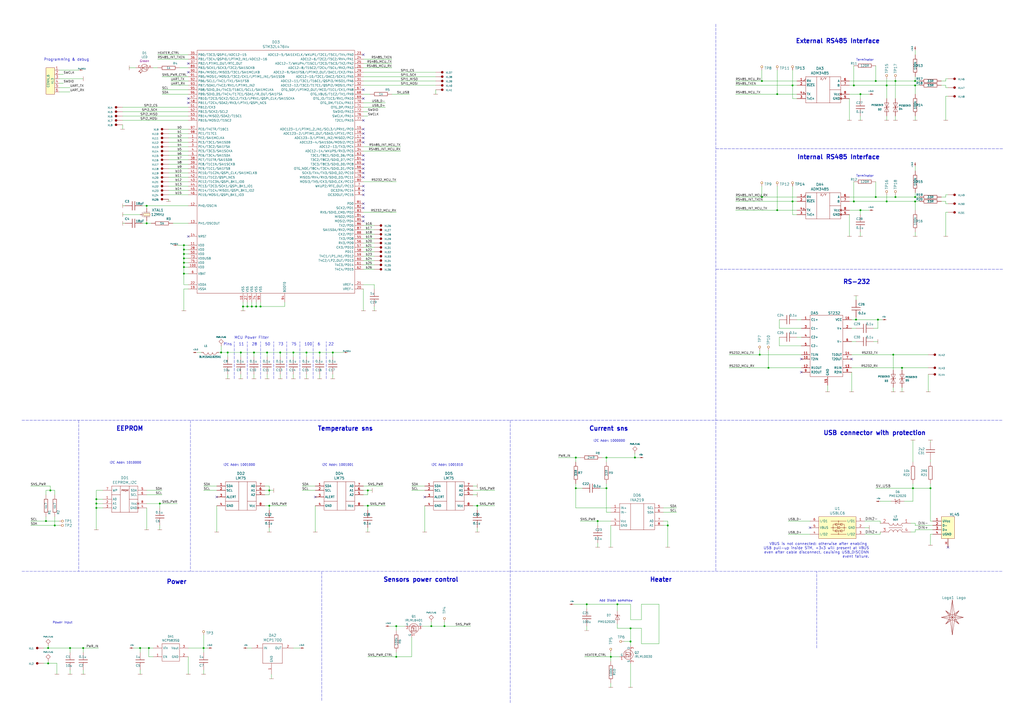
<source format=kicad_sch>
(kicad_sch (version 20200512) (host eeschema "(5.99.0-1822-g1792479ca)")
  (page 1 1)
  (paper "A2")
  (junction (at 26.67 302.26))
  (junction (at 27.94 375.92))
  (junction (at 27.94 384.81))
  (junction (at 29.21 284.48))
  (junction (at 31.75 304.8))
  (junction (at 40.64 375.92))
  (junction (at 48.26 375.92))
  (junction (at 55.88 289.56))
  (junction (at 55.88 292.1))
  (junction (at 55.88 294.64))
  (junction (at 81.28 375.92))
  (junction (at 85.09 119.38))
  (junction (at 85.09 129.54))
  (junction (at 86.36 375.92))
  (junction (at 92.71 292.1))
  (junction (at 106.68 142.24))
  (junction (at 106.68 144.78))
  (junction (at 106.68 147.32))
  (junction (at 106.68 149.86))
  (junction (at 106.68 152.4))
  (junction (at 106.68 154.94))
  (junction (at 106.68 158.75))
  (junction (at 118.11 375.92))
  (junction (at 128.27 204.47))
  (junction (at 132.08 204.47))
  (junction (at 139.7 204.47))
  (junction (at 140.97 177.8))
  (junction (at 143.51 177.8))
  (junction (at 146.05 177.8))
  (junction (at 147.32 204.47))
  (junction (at 148.59 177.8))
  (junction (at 151.13 177.8))
  (junction (at 154.94 204.47))
  (junction (at 156.21 284.48))
  (junction (at 156.21 293.37))
  (junction (at 162.56 204.47))
  (junction (at 170.18 204.47))
  (junction (at 177.8 204.47))
  (junction (at 185.42 204.47))
  (junction (at 193.04 204.47))
  (junction (at 213.36 284.48))
  (junction (at 213.36 293.37))
  (junction (at 229.87 363.22))
  (junction (at 229.87 381))
  (junction (at 250.19 363.22))
  (junction (at 257.81 363.22))
  (junction (at 276.86 293.37))
  (junction (at 334.01 265.43))
  (junction (at 334.01 283.21))
  (junction (at 340.36 350.52))
  (junction (at 346.71 302.26))
  (junction (at 351.79 265.43))
  (junction (at 351.79 283.21))
  (junction (at 354.33 381))
  (junction (at 358.14 350.52))
  (junction (at 365.76 364.49))
  (junction (at 365.76 372.11))
  (junction (at 368.3 265.43))
  (junction (at 387.35 304.8))
  (junction (at 440.69 205.74))
  (junction (at 441.96 46.99))
  (junction (at 441.96 114.3))
  (junction (at 445.77 213.36))
  (junction (at 450.85 54.61))
  (junction (at 450.85 121.92))
  (junction (at 459.74 49.53))
  (junction (at 459.74 116.84))
  (junction (at 495.3 49.53))
  (junction (at 495.3 116.84))
  (junction (at 496.57 185.42))
  (junction (at 499.11 54.61))
  (junction (at 499.11 121.92))
  (junction (at 508 46.99))
  (junction (at 508 114.3))
  (junction (at 509.27 185.42))
  (junction (at 514.35 49.53))
  (junction (at 514.35 116.84))
  (junction (at 518.16 205.74))
  (junction (at 519.43 46.99))
  (junction (at 519.43 114.3))
  (junction (at 523.24 213.36))
  (junction (at 529.59 283.21))
  (junction (at 530.86 46.99))
  (junction (at 530.86 49.53))
  (junction (at 530.86 114.3))
  (junction (at 530.86 116.84))
  (junction (at 539.75 283.21))
  (no_connect (at 210.82 125.73))
  (no_connect (at 494.03 208.28))
  (no_connect (at 210.82 100.33))
  (no_connect (at 210.82 120.65))
  (no_connect (at 210.82 118.11))
  (no_connect (at 210.82 92.71))
  (no_connect (at 464.82 215.9))
  (no_connect (at 246.38 288.29))
  (no_connect (at 109.22 59.69))
  (no_connect (at 210.82 69.85))
  (no_connect (at 210.82 52.07))
  (no_connect (at 210.82 31.75))
  (no_connect (at 210.82 80.01))
  (no_connect (at 109.22 41.91))
  (no_connect (at 109.22 36.83))
  (no_connect (at 182.88 288.29))
  (no_connect (at 210.82 110.49))
  (no_connect (at 109.22 137.16))
  (no_connect (at 469.9 306.07))
  (no_connect (at 125.73 288.29))
  (no_connect (at 210.82 97.79))
  (no_connect (at 210.82 113.03))
  (no_connect (at 210.82 107.95))
  (no_connect (at 210.82 82.55))
  (no_connect (at 210.82 128.27))
  (no_connect (at 210.82 77.47))
  (no_connect (at 109.22 57.15))
  (no_connect (at 210.82 57.15))
  (no_connect (at 210.82 102.87))
  (no_connect (at 210.82 95.25))
  (no_connect (at 464.82 208.28))
  (no_connect (at 210.82 74.93))
  (no_connect (at 549.91 317.5))
  (no_connect (at 210.82 90.17))
  (wire (pts (xy 17.78 281.94) (xy 29.21 281.94)))
  (wire (pts (xy 17.78 302.26) (xy 26.67 302.26)))
  (wire (pts (xy 25.4 375.92) (xy 27.94 375.92)))
  (wire (pts (xy 26.67 284.48) (xy 29.21 284.48)))
  (wire (pts (xy 26.67 287.02) (xy 26.67 284.48)))
  (wire (pts (xy 26.67 299.72) (xy 26.67 302.26)))
  (wire (pts (xy 27.94 374.65) (xy 27.94 375.92)))
  (wire (pts (xy 27.94 375.92) (xy 40.64 375.92)))
  (wire (pts (xy 27.94 383.54) (xy 27.94 384.81)))
  (wire (pts (xy 27.94 384.81) (xy 25.4 384.81)))
  (wire (pts (xy 29.21 281.94) (xy 29.21 284.48)))
  (wire (pts (xy 29.21 284.48) (xy 31.75 284.48)))
  (wire (pts (xy 31.75 284.48) (xy 31.75 287.02)))
  (wire (pts (xy 31.75 299.72) (xy 31.75 304.8)))
  (wire (pts (xy 31.75 304.8) (xy 17.78 304.8)))
  (wire (pts (xy 33.02 384.81) (xy 27.94 384.81)))
  (wire (pts (xy 33.02 384.81) (xy 33.02 391.16)))
  (wire (pts (xy 34.29 40.64) (xy 45.72 40.64)))
  (wire (pts (xy 34.29 45.72) (xy 48.26 45.72)))
  (wire (pts (xy 34.29 48.26) (xy 36.83 48.26)))
  (wire (pts (xy 34.29 53.34) (xy 40.64 53.34)))
  (wire (pts (xy 34.29 302.26) (xy 26.67 302.26)))
  (wire (pts (xy 34.29 304.8) (xy 31.75 304.8)))
  (wire (pts (xy 36.83 43.18) (xy 34.29 43.18)))
  (wire (pts (xy 40.64 50.8) (xy 34.29 50.8)))
  (wire (pts (xy 40.64 375.92) (xy 48.26 375.92)))
  (wire (pts (xy 40.64 378.46) (xy 40.64 375.92)))
  (wire (pts (xy 40.64 388.62) (xy 40.64 391.16)))
  (wire (pts (xy 48.26 375.92) (xy 57.15 375.92)))
  (wire (pts (xy 48.26 378.46) (xy 48.26 375.92)))
  (wire (pts (xy 48.26 388.62) (xy 48.26 391.16)))
  (wire (pts (xy 55.88 284.48) (xy 59.69 284.48)))
  (wire (pts (xy 55.88 289.56) (xy 55.88 284.48)))
  (wire (pts (xy 55.88 289.56) (xy 59.69 289.56)))
  (wire (pts (xy 55.88 292.1) (xy 55.88 289.56)))
  (wire (pts (xy 55.88 292.1) (xy 59.69 292.1)))
  (wire (pts (xy 55.88 294.64) (xy 55.88 292.1)))
  (wire (pts (xy 55.88 294.64) (xy 55.88 307.34)))
  (wire (pts (xy 55.88 294.64) (xy 59.69 294.64)))
  (wire (pts (xy 71.12 62.23) (xy 109.22 62.23)))
  (wire (pts (xy 71.12 64.77) (xy 109.22 64.77)))
  (wire (pts (xy 71.12 67.31) (xy 109.22 67.31)))
  (wire (pts (xy 71.12 69.85) (xy 109.22 69.85)))
  (wire (pts (xy 71.12 72.39) (xy 71.12 74.93)))
  (wire (pts (xy 71.12 119.38) (xy 72.39 119.38)))
  (wire (pts (xy 71.12 124.46) (xy 81.28 124.46)))
  (wire (pts (xy 72.39 129.54) (xy 71.12 129.54)))
  (wire (pts (xy 74.93 39.37) (xy 78.74 39.37)))
  (wire (pts (xy 77.47 375.92) (xy 81.28 375.92)))
  (wire (pts (xy 81.28 375.92) (xy 86.36 375.92)))
  (wire (pts (xy 81.28 378.46) (xy 81.28 375.92)))
  (wire (pts (xy 81.28 388.62) (xy 81.28 391.16)))
  (wire (pts (xy 82.55 119.38) (xy 85.09 119.38)))
  (wire (pts (xy 85.09 119.38) (xy 109.22 119.38)))
  (wire (pts (xy 85.09 120.65) (xy 85.09 119.38)))
  (wire (pts (xy 85.09 129.54) (xy 82.55 129.54)))
  (wire (pts (xy 85.09 129.54) (xy 85.09 128.27)))
  (wire (pts (xy 85.09 129.54) (xy 87.63 129.54)))
  (wire (pts (xy 85.09 287.02) (xy 93.98 287.02)))
  (wire (pts (xy 85.09 292.1) (xy 92.71 292.1)))
  (wire (pts (xy 85.09 294.64) (xy 85.09 307.34)))
  (wire (pts (xy 86.36 375.92) (xy 88.9 375.92)))
  (wire (pts (xy 86.36 381) (xy 86.36 375.92)))
  (wire (pts (xy 88.9 39.37) (xy 91.44 39.37)))
  (wire (pts (xy 88.9 381) (xy 86.36 381)))
  (wire (pts (xy 91.44 31.75) (xy 109.22 31.75)))
  (wire (pts (xy 91.44 34.29) (xy 109.22 34.29)))
  (wire (pts (xy 92.71 292.1) (xy 92.71 294.64)))
  (wire (pts (xy 92.71 292.1) (xy 102.87 292.1)))
  (wire (pts (xy 92.71 304.8) (xy 92.71 307.34)))
  (wire (pts (xy 93.98 44.45) (xy 109.22 44.45)))
  (wire (pts (xy 93.98 52.07) (xy 109.22 52.07)))
  (wire (pts (xy 93.98 54.61) (xy 109.22 54.61)))
  (wire (pts (xy 93.98 284.48) (xy 85.09 284.48)))
  (wire (pts (xy 97.79 74.93) (xy 109.22 74.93)))
  (wire (pts (xy 97.79 80.01) (xy 109.22 80.01)))
  (wire (pts (xy 97.79 85.09) (xy 109.22 85.09)))
  (wire (pts (xy 97.79 90.17) (xy 109.22 90.17)))
  (wire (pts (xy 97.79 95.25) (xy 109.22 95.25)))
  (wire (pts (xy 97.79 100.33) (xy 109.22 100.33)))
  (wire (pts (xy 97.79 105.41) (xy 109.22 105.41)))
  (wire (pts (xy 97.79 110.49) (xy 109.22 110.49)))
  (wire (pts (xy 97.79 115.57) (xy 97.79 116.84)))
  (wire (pts (xy 99.06 46.99) (xy 109.22 46.99)))
  (wire (pts (xy 102.87 142.24) (xy 106.68 142.24)))
  (wire (pts (xy 104.14 39.37) (xy 109.22 39.37)))
  (wire (pts (xy 106.68 142.24) (xy 109.22 142.24)))
  (wire (pts (xy 106.68 144.78) (xy 106.68 142.24)))
  (wire (pts (xy 106.68 147.32) (xy 106.68 144.78)))
  (wire (pts (xy 106.68 149.86) (xy 106.68 147.32)))
  (wire (pts (xy 106.68 152.4) (xy 106.68 149.86)))
  (wire (pts (xy 106.68 154.94) (xy 106.68 152.4)))
  (wire (pts (xy 106.68 158.75) (xy 106.68 154.94)))
  (wire (pts (xy 106.68 165.1) (xy 106.68 158.75)))
  (wire (pts (xy 106.68 167.64) (xy 109.22 167.64)))
  (wire (pts (xy 106.68 180.34) (xy 106.68 167.64)))
  (wire (pts (xy 109.22 49.53) (xy 99.06 49.53)))
  (wire (pts (xy 109.22 77.47) (xy 97.79 77.47)))
  (wire (pts (xy 109.22 82.55) (xy 97.79 82.55)))
  (wire (pts (xy 109.22 87.63) (xy 97.79 87.63)))
  (wire (pts (xy 109.22 92.71) (xy 97.79 92.71)))
  (wire (pts (xy 109.22 97.79) (xy 97.79 97.79)))
  (wire (pts (xy 109.22 102.87) (xy 97.79 102.87)))
  (wire (pts (xy 109.22 107.95) (xy 97.79 107.95)))
  (wire (pts (xy 109.22 113.03) (xy 97.79 113.03)))
  (wire (pts (xy 109.22 129.54) (xy 100.33 129.54)))
  (wire (pts (xy 109.22 144.78) (xy 106.68 144.78)))
  (wire (pts (xy 109.22 147.32) (xy 106.68 147.32)))
  (wire (pts (xy 109.22 149.86) (xy 106.68 149.86)))
  (wire (pts (xy 109.22 152.4) (xy 106.68 152.4)))
  (wire (pts (xy 109.22 154.94) (xy 106.68 154.94)))
  (wire (pts (xy 109.22 158.75) (xy 106.68 158.75)))
  (wire (pts (xy 109.22 165.1) (xy 106.68 165.1)))
  (wire (pts (xy 109.22 375.92) (xy 118.11 375.92)))
  (wire (pts (xy 109.22 381) (xy 109.22 391.16)))
  (wire (pts (xy 114.3 204.47) (xy 116.84 204.47)))
  (wire (pts (xy 118.11 281.94) (xy 125.73 281.94)))
  (wire (pts (xy 118.11 368.3) (xy 118.11 375.92)))
  (wire (pts (xy 118.11 378.46) (xy 118.11 375.92)))
  (wire (pts (xy 118.11 388.62) (xy 118.11 391.16)))
  (wire (pts (xy 120.65 375.92) (xy 118.11 375.92)))
  (wire (pts (xy 125.73 284.48) (xy 118.11 284.48)))
  (wire (pts (xy 125.73 293.37) (xy 125.73 308.61)))
  (wire (pts (xy 127 204.47) (xy 128.27 204.47)))
  (wire (pts (xy 128.27 204.47) (xy 128.27 200.66)))
  (wire (pts (xy 128.27 204.47) (xy 132.08 204.47)))
  (wire (pts (xy 132.08 204.47) (xy 139.7 204.47)))
  (wire (pts (xy 132.08 207.01) (xy 132.08 204.47)))
  (wire (pts (xy 132.08 217.17) (xy 132.08 219.71)))
  (wire (pts (xy 139.7 204.47) (xy 147.32 204.47)))
  (wire (pts (xy 139.7 207.01) (xy 139.7 204.47)))
  (wire (pts (xy 139.7 217.17) (xy 139.7 219.71)))
  (wire (pts (xy 140.97 177.8) (xy 140.97 175.26)))
  (wire (pts (xy 140.97 177.8) (xy 143.51 177.8)))
  (wire (pts (xy 140.97 180.34) (xy 140.97 177.8)))
  (wire (pts (xy 143.51 177.8) (xy 143.51 175.26)))
  (wire (pts (xy 143.51 177.8) (xy 146.05 177.8)))
  (wire (pts (xy 143.51 375.92) (xy 146.05 375.92)))
  (wire (pts (xy 146.05 177.8) (xy 146.05 175.26)))
  (wire (pts (xy 146.05 177.8) (xy 148.59 177.8)))
  (wire (pts (xy 147.32 204.47) (xy 154.94 204.47)))
  (wire (pts (xy 147.32 207.01) (xy 147.32 204.47)))
  (wire (pts (xy 147.32 217.17) (xy 147.32 219.71)))
  (wire (pts (xy 148.59 177.8) (xy 148.59 175.26)))
  (wire (pts (xy 148.59 177.8) (xy 151.13 177.8)))
  (wire (pts (xy 151.13 177.8) (xy 151.13 175.26)))
  (wire (pts (xy 151.13 177.8) (xy 165.1 177.8)))
  (wire (pts (xy 153.67 281.94) (xy 156.21 281.94)))
  (wire (pts (xy 153.67 284.48) (xy 156.21 284.48)))
  (wire (pts (xy 153.67 287.02) (xy 156.21 287.02)))
  (wire (pts (xy 153.67 293.37) (xy 156.21 293.37)))
  (wire (pts (xy 154.94 204.47) (xy 162.56 204.47)))
  (wire (pts (xy 154.94 207.01) (xy 154.94 204.47)))
  (wire (pts (xy 154.94 217.17) (xy 154.94 219.71)))
  (wire (pts (xy 156.21 281.94) (xy 156.21 284.48)))
  (wire (pts (xy 156.21 284.48) (xy 158.75 284.48)))
  (wire (pts (xy 156.21 287.02) (xy 156.21 284.48)))
  (wire (pts (xy 156.21 293.37) (xy 156.21 295.91)))
  (wire (pts (xy 156.21 293.37) (xy 166.37 293.37)))
  (wire (pts (xy 156.21 306.07) (xy 156.21 308.61)))
  (wire (pts (xy 157.48 391.16) (xy 157.48 393.7)))
  (wire (pts (xy 162.56 204.47) (xy 170.18 204.47)))
  (wire (pts (xy 162.56 207.01) (xy 162.56 204.47)))
  (wire (pts (xy 162.56 217.17) (xy 162.56 219.71)))
  (wire (pts (xy 165.1 177.8) (xy 165.1 175.26)))
  (wire (pts (xy 170.18 204.47) (xy 177.8 204.47)))
  (wire (pts (xy 170.18 207.01) (xy 170.18 204.47)))
  (wire (pts (xy 170.18 217.17) (xy 170.18 219.71)))
  (wire (pts (xy 173.99 375.92) (xy 170.18 375.92)))
  (wire (pts (xy 175.26 281.94) (xy 182.88 281.94)))
  (wire (pts (xy 177.8 204.47) (xy 185.42 204.47)))
  (wire (pts (xy 177.8 207.01) (xy 177.8 204.47)))
  (wire (pts (xy 177.8 217.17) (xy 177.8 219.71)))
  (wire (pts (xy 182.88 284.48) (xy 175.26 284.48)))
  (wire (pts (xy 182.88 293.37) (xy 182.88 308.61)))
  (wire (pts (xy 185.42 204.47) (xy 193.04 204.47)))
  (wire (pts (xy 185.42 207.01) (xy 185.42 204.47)))
  (wire (pts (xy 185.42 217.17) (xy 185.42 219.71)))
  (wire (pts (xy 193.04 204.47) (xy 199.39 204.47)))
  (wire (pts (xy 193.04 207.01) (xy 193.04 204.47)))
  (wire (pts (xy 193.04 217.17) (xy 193.04 219.71)))
  (wire (pts (xy 210.82 36.83) (xy 227.33 36.83)))
  (wire (pts (xy 210.82 41.91) (xy 252.73 41.91)))
  (wire (pts (xy 210.82 44.45) (xy 252.73 44.45)))
  (wire (pts (xy 210.82 46.99) (xy 252.73 46.99)))
  (wire (pts (xy 210.82 49.53) (xy 252.73 49.53)))
  (wire (pts (xy 210.82 54.61) (xy 214.63 54.61)))
  (wire (pts (xy 210.82 59.69) (xy 223.52 59.69)))
  (wire (pts (xy 210.82 64.77) (xy 213.36 64.77)))
  (wire (pts (xy 210.82 85.09) (xy 232.41 85.09)))
  (wire (pts (xy 210.82 105.41) (xy 229.87 105.41)))
  (wire (pts (xy 210.82 133.35) (xy 217.17 133.35)))
  (wire (pts (xy 210.82 138.43) (xy 217.17 138.43)))
  (wire (pts (xy 210.82 143.51) (xy 217.17 143.51)))
  (wire (pts (xy 210.82 148.59) (xy 217.17 148.59)))
  (wire (pts (xy 210.82 156.21) (xy 217.17 156.21)))
  (wire (pts (xy 210.82 180.34) (xy 210.82 167.64)))
  (wire (pts (xy 210.82 281.94) (xy 222.25 281.94)))
  (wire (pts (xy 210.82 284.48) (xy 213.36 284.48)))
  (wire (pts (xy 210.82 287.02) (xy 213.36 287.02)))
  (wire (pts (xy 210.82 293.37) (xy 213.36 293.37)))
  (wire (pts (xy 213.36 67.31) (xy 210.82 67.31)))
  (wire (pts (xy 213.36 284.48) (xy 215.9 284.48)))
  (wire (pts (xy 213.36 287.02) (xy 213.36 284.48)))
  (wire (pts (xy 213.36 293.37) (xy 213.36 295.91)))
  (wire (pts (xy 213.36 293.37) (xy 223.52 293.37)))
  (wire (pts (xy 213.36 306.07) (xy 213.36 308.61)))
  (wire (pts (xy 213.36 381) (xy 229.87 381)))
  (wire (pts (xy 217.17 130.81) (xy 210.82 130.81)))
  (wire (pts (xy 217.17 135.89) (xy 210.82 135.89)))
  (wire (pts (xy 217.17 140.97) (xy 210.82 140.97)))
  (wire (pts (xy 217.17 146.05) (xy 210.82 146.05)))
  (wire (pts (xy 217.17 151.13) (xy 210.82 151.13)))
  (wire (pts (xy 217.17 153.67) (xy 210.82 153.67)))
  (wire (pts (xy 217.17 165.1) (xy 210.82 165.1)))
  (wire (pts (xy 217.17 167.64) (xy 217.17 165.1)))
  (wire (pts (xy 217.17 177.8) (xy 217.17 180.34)))
  (wire (pts (xy 223.52 62.23) (xy 210.82 62.23)))
  (wire (pts (xy 226.06 363.22) (xy 229.87 363.22)))
  (wire (pts (xy 227.33 34.29) (xy 210.82 34.29)))
  (wire (pts (xy 227.33 39.37) (xy 210.82 39.37)))
  (wire (pts (xy 229.87 123.19) (xy 210.82 123.19)))
  (wire (pts (xy 229.87 363.22) (xy 234.95 363.22)))
  (wire (pts (xy 229.87 365.76) (xy 229.87 363.22)))
  (wire (pts (xy 229.87 381) (xy 229.87 378.46)))
  (wire (pts (xy 232.41 87.63) (xy 210.82 87.63)))
  (wire (pts (xy 237.49 54.61) (xy 227.33 54.61)))
  (wire (pts (xy 238.76 281.94) (xy 246.38 281.94)))
  (wire (pts (xy 238.76 369.57) (xy 238.76 381)))
  (wire (pts (xy 238.76 381) (xy 229.87 381)))
  (wire (pts (xy 245.11 363.22) (xy 250.19 363.22)))
  (wire (pts (xy 246.38 284.48) (xy 238.76 284.48)))
  (wire (pts (xy 246.38 293.37) (xy 246.38 308.61)))
  (wire (pts (xy 250.19 360.68) (xy 250.19 363.22)))
  (wire (pts (xy 250.19 363.22) (xy 257.81 363.22)))
  (wire (pts (xy 252.73 52.07) (xy 252.73 54.61)))
  (wire (pts (xy 257.81 360.68) (xy 257.81 363.22)))
  (wire (pts (xy 257.81 363.22) (xy 273.05 363.22)))
  (wire (pts (xy 274.32 281.94) (xy 276.86 281.94)))
  (wire (pts (xy 274.32 284.48) (xy 287.02 284.48)))
  (wire (pts (xy 274.32 287.02) (xy 276.86 287.02)))
  (wire (pts (xy 274.32 293.37) (xy 276.86 293.37)))
  (wire (pts (xy 276.86 293.37) (xy 276.86 295.91)))
  (wire (pts (xy 276.86 293.37) (xy 287.02 293.37)))
  (wire (pts (xy 276.86 306.07) (xy 276.86 308.61)))
  (wire (pts (xy 323.85 265.43) (xy 334.01 265.43)))
  (wire (pts (xy 332.74 350.52) (xy 340.36 350.52)))
  (wire (pts (xy 334.01 265.43) (xy 336.55 265.43)))
  (wire (pts (xy 334.01 267.97) (xy 334.01 265.43)))
  (wire (pts (xy 334.01 280.67) (xy 334.01 283.21)))
  (wire (pts (xy 334.01 283.21) (xy 337.82 283.21)))
  (wire (pts (xy 334.01 294.64) (xy 334.01 283.21)))
  (wire (pts (xy 339.09 381) (xy 354.33 381)))
  (wire (pts (xy 340.36 350.52) (xy 358.14 350.52)))
  (wire (pts (xy 340.36 353.06) (xy 340.36 350.52)))
  (wire (pts (xy 340.36 363.22) (xy 340.36 365.76)))
  (wire (pts (xy 346.71 302.26) (xy 336.55 302.26)))
  (wire (pts (xy 346.71 302.26) (xy 346.71 304.8)))
  (wire (pts (xy 346.71 302.26) (xy 354.33 302.26)))
  (wire (pts (xy 346.71 314.96) (xy 346.71 317.5)))
  (wire (pts (xy 347.98 283.21) (xy 351.79 283.21)))
  (wire (pts (xy 349.25 265.43) (xy 351.79 265.43)))
  (wire (pts (xy 351.79 265.43) (xy 368.3 265.43)))
  (wire (pts (xy 351.79 267.97) (xy 351.79 265.43)))
  (wire (pts (xy 351.79 283.21) (xy 351.79 280.67)))
  (wire (pts (xy 351.79 283.21) (xy 351.79 297.18)))
  (wire (pts (xy 351.79 297.18) (xy 354.33 297.18)))
  (wire (pts (xy 354.33 294.64) (xy 334.01 294.64)))
  (wire (pts (xy 354.33 304.8) (xy 354.33 317.5)))
  (wire (pts (xy 354.33 378.46) (xy 354.33 381)))
  (wire (pts (xy 354.33 381) (xy 359.41 381)))
  (wire (pts (xy 354.33 383.54) (xy 354.33 381)))
  (wire (pts (xy 354.33 398.78) (xy 354.33 396.24)))
  (wire (pts (xy 358.14 350.52) (xy 358.14 354.33)))
  (wire (pts (xy 358.14 350.52) (xy 365.76 350.52)))
  (wire (pts (xy 358.14 361.95) (xy 358.14 364.49)))
  (wire (pts (xy 358.14 364.49) (xy 365.76 364.49)))
  (wire (pts (xy 361.95 372.11) (xy 365.76 372.11)))
  (wire (pts (xy 365.76 350.52) (xy 365.76 359.41)))
  (wire (pts (xy 365.76 359.41) (xy 372.11 359.41)))
  (wire (pts (xy 365.76 364.49) (xy 365.76 372.11)))
  (wire (pts (xy 365.76 372.11) (xy 365.76 374.65)))
  (wire (pts (xy 365.76 384.81) (xy 365.76 398.78)))
  (wire (pts (xy 368.3 262.89) (xy 368.3 265.43)))
  (wire (pts (xy 368.3 265.43) (xy 370.84 265.43)))
  (wire (pts (xy 372.11 350.52) (xy 382.27 350.52)))
  (wire (pts (xy 372.11 359.41) (xy 372.11 350.52)))
  (wire (pts (xy 372.11 364.49) (xy 365.76 364.49)))
  (wire (pts (xy 372.11 373.38) (xy 372.11 364.49)))
  (wire (pts (xy 382.27 350.52) (xy 382.27 373.38)))
  (wire (pts (xy 382.27 373.38) (xy 372.11 373.38)))
  (wire (pts (xy 384.81 297.18) (xy 392.43 297.18)))
  (wire (pts (xy 384.81 304.8) (xy 387.35 304.8)))
  (wire (pts (xy 387.35 302.26) (xy 384.81 302.26)))
  (wire (pts (xy 387.35 302.26) (xy 387.35 304.8)))
  (wire (pts (xy 387.35 304.8) (xy 387.35 317.5)))
  (wire (pts (xy 392.43 294.64) (xy 384.81 294.64)))
  (wire (pts (xy 422.91 205.74) (xy 440.69 205.74)))
  (wire (pts (xy 422.91 213.36) (xy 445.77 213.36)))
  (wire (pts (xy 426.72 46.99) (xy 441.96 46.99)))
  (wire (pts (xy 426.72 49.53) (xy 459.74 49.53)))
  (wire (pts (xy 426.72 54.61) (xy 450.85 54.61)))
  (wire (pts (xy 426.72 114.3) (xy 441.96 114.3)))
  (wire (pts (xy 426.72 116.84) (xy 459.74 116.84)))
  (wire (pts (xy 426.72 121.92) (xy 450.85 121.92)))
  (wire (pts (xy 440.69 203.2) (xy 440.69 205.74)))
  (wire (pts (xy 440.69 205.74) (xy 464.82 205.74)))
  (wire (pts (xy 441.96 40.64) (xy 441.96 46.99)))
  (wire (pts (xy 441.96 46.99) (xy 462.28 46.99)))
  (wire (pts (xy 441.96 107.95) (xy 441.96 114.3)))
  (wire (pts (xy 441.96 114.3) (xy 462.28 114.3)))
  (wire (pts (xy 445.77 203.2) (xy 445.77 213.36)))
  (wire (pts (xy 445.77 213.36) (xy 464.82 213.36)))
  (wire (pts (xy 450.85 40.64) (xy 450.85 54.61)))
  (wire (pts (xy 450.85 54.61) (xy 462.28 54.61)))
  (wire (pts (xy 450.85 107.95) (xy 450.85 121.92)))
  (wire (pts (xy 450.85 121.92) (xy 462.28 121.92)))
  (wire (pts (xy 452.12 185.42) (xy 452.12 190.5)))
  (wire (pts (xy 452.12 190.5) (xy 464.82 190.5)))
  (wire (pts (xy 452.12 200.66) (xy 452.12 195.58)))
  (wire (pts (xy 457.2 309.88) (xy 469.9 309.88)))
  (wire (pts (xy 459.74 40.64) (xy 459.74 49.53)))
  (wire (pts (xy 459.74 49.53) (xy 462.28 49.53)))
  (wire (pts (xy 459.74 57.15) (xy 459.74 49.53)))
  (wire (pts (xy 459.74 107.95) (xy 459.74 116.84)))
  (wire (pts (xy 459.74 116.84) (xy 462.28 116.84)))
  (wire (pts (xy 459.74 124.46) (xy 459.74 116.84)))
  (wire (pts (xy 462.28 57.15) (xy 459.74 57.15)))
  (wire (pts (xy 462.28 124.46) (xy 459.74 124.46)))
  (wire (pts (xy 462.28 185.42) (xy 464.82 185.42)))
  (wire (pts (xy 462.28 195.58) (xy 464.82 195.58)))
  (wire (pts (xy 464.82 200.66) (xy 452.12 200.66)))
  (wire (pts (xy 469.9 302.26) (xy 457.2 302.26)))
  (wire (pts (xy 480.06 223.52) (xy 480.06 227.33)))
  (wire (pts (xy 492.76 49.53) (xy 495.3 49.53)))
  (wire (pts (xy 492.76 54.61) (xy 499.11 54.61)))
  (wire (pts (xy 492.76 57.15) (xy 492.76 69.85)))
  (wire (pts (xy 492.76 116.84) (xy 495.3 116.84)))
  (wire (pts (xy 492.76 121.92) (xy 499.11 121.92)))
  (wire (pts (xy 492.76 124.46) (xy 492.76 137.16)))
  (wire (pts (xy 494.03 185.42) (xy 496.57 185.42)))
  (wire (pts (xy 494.03 190.5) (xy 496.57 190.5)))
  (wire (pts (xy 494.03 205.74) (xy 518.16 205.74)))
  (wire (pts (xy 494.03 213.36) (xy 523.24 213.36)))
  (wire (pts (xy 494.03 227.33) (xy 494.03 215.9)))
  (wire (pts (xy 495.3 38.1) (xy 495.3 49.53)))
  (wire (pts (xy 495.3 49.53) (xy 514.35 49.53)))
  (wire (pts (xy 495.3 105.41) (xy 495.3 116.84)))
  (wire (pts (xy 495.3 116.84) (xy 514.35 116.84)))
  (wire (pts (xy 496.57 173.99) (xy 496.57 171.45)))
  (wire (pts (xy 496.57 185.42) (xy 496.57 184.15)))
  (wire (pts (xy 496.57 185.42) (xy 509.27 185.42)))
  (wire (pts (xy 496.57 198.12) (xy 494.03 198.12)))
  (wire (pts (xy 499.11 54.61) (xy 499.11 57.15)))
  (wire (pts (xy 499.11 67.31) (xy 499.11 69.85)))
  (wire (pts (xy 499.11 121.92) (xy 499.11 124.46)))
  (wire (pts (xy 499.11 134.62) (xy 499.11 137.16)))
  (wire (pts (xy 504.19 54.61) (xy 499.11 54.61)))
  (wire (pts (xy 504.19 121.92) (xy 499.11 121.92)))
  (wire (pts (xy 504.19 306.07) (xy 501.65 306.07)))
  (wire (pts (xy 506.73 190.5) (xy 509.27 190.5)))
  (wire (pts (xy 508 38.1) (xy 508 46.99)))
  (wire (pts (xy 508 46.99) (xy 492.76 46.99)))
  (wire (pts (xy 508 105.41) (xy 508 114.3)))
  (wire (pts (xy 508 114.3) (xy 492.76 114.3)))
  (wire (pts (xy 508 283.21) (xy 529.59 283.21)))
  (wire (pts (xy 509.27 185.42) (xy 509.27 190.5)))
  (wire (pts (xy 509.27 198.12) (xy 506.73 198.12)))
  (wire (pts (xy 510.54 290.83) (xy 516.89 290.83)))
  (wire (pts (xy 510.54 302.26) (xy 501.65 302.26)))
  (wire (pts (xy 510.54 303.53) (xy 510.54 302.26)))
  (wire (pts (xy 510.54 308.61) (xy 510.54 309.88)))
  (wire (pts (xy 510.54 309.88) (xy 501.65 309.88)))
  (wire (pts (xy 511.81 185.42) (xy 509.27 185.42)))
  (wire (pts (xy 514.35 49.53) (xy 514.35 45.72)))
  (wire (pts (xy 514.35 49.53) (xy 530.86 49.53)))
  (wire (pts (xy 514.35 57.15) (xy 514.35 49.53)))
  (wire (pts (xy 514.35 67.31) (xy 514.35 69.85)))
  (wire (pts (xy 514.35 116.84) (xy 514.35 113.03)))
  (wire (pts (xy 514.35 116.84) (xy 530.86 116.84)))
  (wire (pts (xy 518.16 205.74) (xy 538.48 205.74)))
  (wire (pts (xy 518.16 214.63) (xy 518.16 205.74)))
  (wire (pts (xy 518.16 224.79) (xy 518.16 227.33)))
  (wire (pts (xy 519.43 46.99) (xy 508 46.99)))
  (wire (pts (xy 519.43 46.99) (xy 519.43 45.72)))
  (wire (pts (xy 519.43 57.15) (xy 519.43 46.99)))
  (wire (pts (xy 519.43 67.31) (xy 519.43 69.85)))
  (wire (pts (xy 519.43 114.3) (xy 508 114.3)))
  (wire (pts (xy 519.43 114.3) (xy 519.43 113.03)))
  (wire (pts (xy 523.24 213.36) (xy 538.48 213.36)))
  (wire (pts (xy 523.24 214.63) (xy 523.24 213.36)))
  (wire (pts (xy 523.24 224.79) (xy 523.24 227.33)))
  (wire (pts (xy 524.51 290.83) (xy 529.59 290.83)))
  (wire (pts (xy 529.59 255.27) (xy 529.59 267.97)))
  (wire (pts (xy 529.59 280.67) (xy 529.59 283.21)))
  (wire (pts (xy 529.59 290.83) (xy 529.59 283.21)))
  (wire (pts (xy 530.86 29.21) (xy 530.86 31.75)))
  (wire (pts (xy 530.86 44.45) (xy 530.86 46.99)))
  (wire (pts (xy 530.86 46.99) (xy 519.43 46.99)))
  (wire (pts (xy 530.86 49.53) (xy 530.86 54.61)))
  (wire (pts (xy 530.86 67.31) (xy 530.86 69.85)))
  (wire (pts (xy 530.86 96.52) (xy 530.86 99.06)))
  (wire (pts (xy 530.86 111.76) (xy 530.86 114.3)))
  (wire (pts (xy 530.86 114.3) (xy 519.43 114.3)))
  (wire (pts (xy 530.86 116.84) (xy 530.86 121.92)))
  (wire (pts (xy 530.86 134.62) (xy 530.86 137.16)))
  (wire (pts (xy 530.86 303.53) (xy 528.32 303.53)))
  (wire (pts (xy 530.86 304.8) (xy 530.86 303.53)))
  (wire (pts (xy 530.86 307.34) (xy 530.86 308.61)))
  (wire (pts (xy 530.86 308.61) (xy 528.32 308.61)))
  (wire (pts (xy 533.4 46.99) (xy 530.86 46.99)))
  (wire (pts (xy 533.4 49.53) (xy 530.86 49.53)))
  (wire (pts (xy 533.4 114.3) (xy 530.86 114.3)))
  (wire (pts (xy 533.4 116.84) (xy 530.86 116.84)))
  (wire (pts (xy 538.48 217.17) (xy 538.48 227.33)))
  (wire (pts (xy 539.75 255.27) (xy 539.75 256.54)))
  (wire (pts (xy 539.75 266.7) (xy 539.75 267.97)))
  (wire (pts (xy 539.75 280.67) (xy 539.75 283.21)))
  (wire (pts (xy 539.75 283.21) (xy 529.59 283.21)))
  (wire (pts (xy 539.75 302.26) (xy 539.75 283.21)))
  (wire (pts (xy 539.75 309.88) (xy 539.75 316.23)))
  (wire (pts (xy 541.02 302.26) (xy 539.75 302.26)))
  (wire (pts (xy 541.02 304.8) (xy 530.86 304.8)))
  (wire (pts (xy 541.02 307.34) (xy 530.86 307.34)))
  (wire (pts (xy 541.02 309.88) (xy 539.75 309.88)))
  (wire (pts (xy 546.1 46.99) (xy 548.64 46.99)))
  (wire (pts (xy 546.1 49.53) (xy 548.64 49.53)))
  (wire (pts (xy 546.1 114.3) (xy 548.64 114.3)))
  (wire (pts (xy 546.1 116.84) (xy 548.64 116.84)))
  (wire (pts (xy 548.64 45.72) (xy 549.91 45.72)))
  (wire (pts (xy 548.64 46.99) (xy 548.64 45.72)))
  (wire (pts (xy 548.64 49.53) (xy 548.64 50.8)))
  (wire (pts (xy 548.64 50.8) (xy 549.91 50.8)))
  (wire (pts (xy 548.64 55.88) (xy 549.91 55.88)))
  (wire (pts (xy 548.64 69.85) (xy 548.64 55.88)))
  (wire (pts (xy 548.64 113.03) (xy 549.91 113.03)))
  (wire (pts (xy 548.64 114.3) (xy 548.64 113.03)))
  (wire (pts (xy 548.64 116.84) (xy 548.64 118.11)))
  (wire (pts (xy 548.64 118.11) (xy 549.91 118.11)))
  (wire (pts (xy 548.64 123.19) (xy 549.91 123.19)))
  (wire (pts (xy 548.64 137.16) (xy 548.64 123.19)))
  (polyline (pts (xy 12.7 243.84) (xy 581.66 243.84)) (stroke (width 0) (type dash)))
  (polyline (pts (xy 12.7 331.47) (xy 581.66 331.47)) (stroke (width 0) (type dash)))
  (polyline (pts (xy 45.72 243.84) (xy 45.72 331.47)) (stroke (width 0) (type dash)))
  (polyline (pts (xy 110.49 243.84) (xy 110.49 331.47)) (stroke (width 0) (type dash)))
  (polyline (pts (xy 135.89 219.71) (xy 135.89 198.12)) (stroke (width 0) (type dash)))
  (polyline (pts (xy 143.51 219.71) (xy 143.51 198.12)) (stroke (width 0) (type dash)))
  (polyline (pts (xy 151.13 219.71) (xy 151.13 198.12)) (stroke (width 0) (type dash)))
  (polyline (pts (xy 158.75 219.71) (xy 158.75 198.12)) (stroke (width 0) (type dash)))
  (polyline (pts (xy 166.37 219.71) (xy 166.37 198.12)) (stroke (width 0) (type dash)))
  (polyline (pts (xy 173.99 219.71) (xy 173.99 198.12)) (stroke (width 0) (type dash)))
  (polyline (pts (xy 181.61 219.71) (xy 181.61 198.12)) (stroke (width 0) (type dash)))
  (polyline (pts (xy 186.69 406.4) (xy 186.69 331.47)) (stroke (width 0) (type dash)))
  (polyline (pts (xy 189.23 219.71) (xy 189.23 198.12)) (stroke (width 0) (type dash)))
  (polyline (pts (xy 295.91 243.84) (xy 295.91 407.67)) (stroke (width 0) (type dash)))
  (polyline (pts (xy 415.29 13.97) (xy 415.29 331.47)) (stroke (width 0) (type dash)))
  (polyline (pts (xy 473.71 375.92) (xy 473.71 331.47)) (stroke (width 0) (type dash)))
  (polyline (pts (xy 581.66 86.36) (xy 415.29 86.36)) (stroke (width 0) (type dash)))
  (polyline (pts (xy 581.66 156.21) (xy 415.29 156.21)) (stroke (width 0) (type dash)))
  (text "Programming & debug" (at 25.4 35.56 0) (effects (font (size 1.524 1.524)) (justify left bottom)))
  (text "Power Input" (at 30.48 361.95 0) (effects (font (size 1.27 1.27)) (justify left bottom)))
  (text "I2C Addr: 1010000" (at 63.5 269.24 0) (effects (font (size 1.27 1.27)) (justify left bottom)))
  (text "EEPROM" (at 67.31 250.19 0) (effects (font (size 2.54 2.54) (thickness 0.508) bold) (justify left bottom)))
  (text "Power" (at 96.52 339.09 0) (effects (font (size 2.54 2.54) (thickness 0.508) bold) (justify left bottom)))
  (text "Pins" (at 129.54 200.66 0) (effects (font (size 1.524 1.524)) (justify left bottom)))
  (text "I2C Addr: 1001000" (at 129.54 270.51 0) (effects (font (size 1.27 1.27)) (justify left bottom)))
  (text "MCU Power Filter" (at 135.89 196.85 0) (effects (font (size 1.524 1.524)) (justify left bottom)))
  (text "11" (at 138.43 200.66 0) (effects (font (size 1.5494 1.5494)) (justify left bottom)))
  (text "28" (at 146.05 200.66 0) (effects (font (size 1.5494 1.5494)) (justify left bottom)))
  (text "50" (at 153.67 200.66 0) (effects (font (size 1.5494 1.5494)) (justify left bottom)))
  (text "73" (at 161.29 200.66 0) (effects (font (size 1.5494 1.5494)) (justify left bottom)))
  (text "75" (at 168.91 200.66 0) (effects (font (size 1.5494 1.5494)) (justify left bottom)))
  (text "100" (at 176.53 200.66 0) (effects (font (size 1.5494 1.5494)) (justify left bottom)))
  (text "6" (at 184.15 200.66 0) (effects (font (size 1.5494 1.5494)) (justify left bottom)))
  (text "Temperature sns" (at 184.15 250.19 0) (effects (font (size 2.54 2.54) (thickness 0.508) bold) (justify left bottom)))
  (text "I2C Addr: 1001001" (at 186.69 270.51 0) (effects (font (size 1.27 1.27)) (justify left bottom)))
  (text "22" (at 190.5 200.66 0) (effects (font (size 1.5494 1.5494)) (justify left bottom)))
  (text "Sensors power control" (at 222.25 337.82 0) (effects (font (size 2.54 2.54) (thickness 0.508) bold) (justify left bottom)))
  (text "I2C Addr: 1001010" (at 250.19 270.51 0) (effects (font (size 1.27 1.27)) (justify left bottom)))
  (text "Current sns" (at 341.63 250.19 0) (effects (font (size 2.54 2.54) (thickness 0.508) bold) (justify left bottom)))
  (text "I2C Addr: 1000000" (at 344.17 256.54 0) (effects (font (size 1.27 1.27)) (justify left bottom)))
  (text "Add Diode somehow" (at 367.03 349.25 180) (effects (font (size 1.27 1.27)) (justify right bottom)))
  (text "Heater" (at 389.89 337.82 180) (effects (font (size 2.54 2.54) (thickness 0.508) bold) (justify right bottom)))
  (text "RS-232" (at 488.95 165.1 0) (effects (font (size 2.54 2.54) (thickness 0.508) bold) (justify left bottom)))
  (text "Terminator" (at 496.57 35.56 0) (effects (font (size 1.27 1.27)) (justify left bottom)))
  (text "Terminator" (at 496.57 102.87 0) (effects (font (size 1.27 1.27)) (justify left bottom)))
  (text "VBUS is not connected: otherwise after enabling \nUSB pull-up inside STM, +3v3 will present at VBUS\neven after cable disconnect, cauising USB_DISCONN\nevent failure.\n" (at 504.19 323.85 0) (effects (font (size 1.524 1.524)) (justify right bottom)))
  (text "External RS485 Interface\n" (at 510.54 25.4 180) (effects (font (size 2.54 2.54) (thickness 0.508) bold) (justify right bottom)))
  (text "Internal RS485 Interface\n" (at 510.54 92.71 180) (effects (font (size 2.54 2.54) (thickness 0.508) bold) (justify right bottom)))
  (text "USB connector with protection\n" (at 537.21 252.73 180) (effects (font (size 2.54 2.54) (thickness 0.508) bold) (justify right bottom)))
  (label "SNS_PWR" (at 17.78 281.94 0))
  (label "SCL" (at 17.78 302.26 0))
  (label "SDA" (at 17.78 304.8 0))
  (label "SWCLK" (at 36.83 43.18 0))
  (label "SWDIO" (at 36.83 48.26 0))
  (label "UART_TX" (at 40.64 50.8 0))
  (label "UART_RX" (at 40.64 53.34 0))
  (label "PWR_IN" (at 57.15 375.92 180))
  (label "HEATER_CTRL" (at 91.44 31.75 0))
  (label "RS485_INT_TXEN" (at 91.44 34.29 0))
  (label "SPI2_CS" (at 91.44 62.23 180))
  (label "SPI2_SCK" (at 91.44 64.77 180))
  (label "SPI2_MISO" (at 91.44 67.31 180))
  (label "SPI2_MOSI" (at 91.44 69.85 180))
  (label "SNS_PWR_CTRL" (at 93.98 44.45 0))
  (label "SCL" (at 93.98 52.07 0))
  (label "SDA" (at 93.98 54.61 0))
  (label "SDA" (at 93.98 284.48 180))
  (label "SCL" (at 93.98 287.02 180))
  (label "UART_TX" (at 99.06 46.99 0))
  (label "UART_RX" (at 99.06 49.53 0))
  (label "SNS_PWR" (at 102.87 292.1 180))
  (label "b0" (at 105.41 74.93 180))
  (label "b1" (at 105.41 77.47 180))
  (label "b2" (at 105.41 80.01 180))
  (label "b3" (at 105.41 82.55 180))
  (label "b4" (at 105.41 85.09 180))
  (label "b5" (at 105.41 87.63 180))
  (label "b6" (at 105.41 90.17 180))
  (label "b7" (at 105.41 92.71 180))
  (label "b8" (at 105.41 95.25 180))
  (label "b9" (at 105.41 97.79 180))
  (label "b10" (at 105.41 100.33 180))
  (label "b11" (at 105.41 102.87 180))
  (label "b12" (at 105.41 105.41 180))
  (label "b13" (at 105.41 107.95 180))
  (label "b14" (at 105.41 110.49 180))
  (label "b15" (at 105.41 113.03 180))
  (label "SDA" (at 118.11 281.94 0))
  (label "SCL" (at 118.11 284.48 0))
  (label "SNS_PWR" (at 166.37 293.37 180))
  (label "SDA" (at 175.26 281.94 0))
  (label "SCL" (at 175.26 284.48 0))
  (label "b16" (at 212.09 130.81 0))
  (label "b17" (at 212.09 133.35 0))
  (label "b18" (at 212.09 135.89 0))
  (label "b19" (at 212.09 138.43 0))
  (label "b20" (at 212.09 140.97 0))
  (label "b21" (at 212.09 143.51 0))
  (label "b22" (at 212.09 146.05 0))
  (label "b23" (at 212.09 148.59 0))
  (label "b24" (at 212.09 151.13 0))
  (label "b25" (at 212.09 153.67 0))
  (label "b26" (at 212.09 156.21 0))
  (label "SWDIO" (at 213.36 64.77 0))
  (label "SWCLK" (at 213.36 67.31 0))
  (label "SNS_PWR_CTRL" (at 213.36 381 0))
  (label "SNS_PWR" (at 222.25 281.94 180))
  (label "USB_D-" (at 223.52 59.69 180))
  (label "USB_D+" (at 223.52 62.23 180))
  (label "SNS_PWR" (at 223.52 293.37 180))
  (label "RS485_TXEN" (at 227.33 34.29 180))
  (label "RS485_MCU_TX" (at 227.33 36.83 180))
  (label "RS485_MCU_RX" (at 227.33 39.37 180))
  (label "RS232_MCU_TX" (at 229.87 105.41 180))
  (label "RS232_MCU_RX" (at 229.87 123.19 180))
  (label "SPI1_CS" (at 232.41 41.91 0))
  (label "SPI1_SCK" (at 232.41 44.45 0))
  (label "SPI1_MISO" (at 232.41 46.99 0))
  (label "SPI1_MOSI" (at 232.41 49.53 0))
  (label "RS485_INT_MCU_TX" (at 232.41 85.09 180))
  (label "RS485_INT_MCU_RX" (at 232.41 87.63 180))
  (label "5V_USB" (at 237.49 54.61 180))
  (label "SDA" (at 238.76 281.94 0))
  (label "SCL" (at 238.76 284.48 0))
  (label "SNS_PWR" (at 273.05 363.22 180))
  (label "SNS_PWR" (at 287.02 284.48 180))
  (label "SNS_PWR" (at 287.02 293.37 180))
  (label "PWR_IN" (at 323.85 265.43 0))
  (label "SNS_PWR" (at 336.55 302.26 0))
  (label "HEATER_CTRL" (at 339.09 381 0))
  (label "SDA" (at 392.43 294.64 180))
  (label "SCL" (at 392.43 297.18 180))
  (label "RS232_MCU_TX" (at 422.91 205.74 0))
  (label "RS232_MCU_RX" (at 422.91 213.36 0))
  (label "RS485_MCU_RX" (at 426.72 46.99 0))
  (label "RS485_TXEN" (at 426.72 49.53 0))
  (label "RS485_MCU_TX" (at 426.72 54.61 0))
  (label "RS485_INT_MCU_RX" (at 426.72 114.3 0))
  (label "RS485_INT_TXEN" (at 426.72 116.84 0))
  (label "RS485_INT_MCU_TX" (at 426.72 121.92 0))
  (label "USB_D-" (at 457.2 302.26 0))
  (label "USB_D+" (at 457.2 309.88 0))
  (label "5V_USB" (at 508 283.21 0) (effects (font (size 1.524 1.524))))
  (label "RS232_TX" (at 509.27 205.74 180))
  (label "RS232_RX" (at 509.27 213.36 180))
  (label "DIN2-" (at 509.27 302.26 180) (effects (font (size 1.524 1.524))))
  (label "DIN2+" (at 509.27 309.88 180) (effects (font (size 1.524 1.524))))
  (label "DIN-" (at 538.48 304.8 180) (effects (font (size 1.524 1.524))))
  (label "DIN+" (at 538.48 307.34 180) (effects (font (size 1.524 1.524))))
  (symbol (lib_id "power:GND") (at 33.02 391.16 0) (mirror y) (unit 1)
    (property "Reference" "#PWR01" (effects hide))
    (property "Value" "GND" (effects hide))
  )
  (symbol (lib_id "power:GND") (at 40.64 391.16 0) (unit 1)
    (property "Reference" "#PWR02" (effects hide))
    (property "Value" "GND" (effects hide))
  )
  (symbol (lib_id "power:GND") (at 48.26 45.72 270) (unit 1)
    (property "Reference" "#PWR04" (effects hide))
    (property "Value" "GND" (effects hide))
  )
  (symbol (lib_id "power:GND") (at 48.26 391.16 0) (unit 1)
    (property "Reference" "#PWR05" (effects hide))
    (property "Value" "GND" (effects hide))
  )
  (symbol (lib_id "power:GND") (at 55.88 307.34 0) (unit 1)
    (property "Reference" "#PWR06" (effects hide))
    (property "Value" "GND" (effects hide))
  )
  (symbol (lib_id "power:GND") (at 71.12 74.93 0) (mirror y) (unit 1)
    (property "Reference" "#PWR07" (effects hide))
    (property "Value" "GND" (effects hide))
  )
  (symbol (lib_id "power:GND") (at 71.12 119.38 270) (unit 1)
    (property "Reference" "#PWR08" (effects hide))
    (property "Value" "GND" (effects hide))
  )
  (symbol (lib_id "power:GND") (at 71.12 124.46 270) (unit 1)
    (property "Reference" "#PWR09" (effects hide))
    (property "Value" "GND" (effects hide))
  )
  (symbol (lib_id "power:GND") (at 71.12 129.54 270) (unit 1)
    (property "Reference" "#PWR010" (effects hide))
    (property "Value" "GND" (effects hide))
  )
  (symbol (lib_id "power:GND") (at 74.93 39.37 270) (mirror x) (unit 1)
    (property "Reference" "#PWR011" (effects hide))
    (property "Value" "GND" (effects hide))
  )
  (symbol (lib_id "power:+5v") (at 77.47 375.92 0) (mirror y) (unit 1)
    (property "Reference" "#PWR012" (effects hide))
    (property "Value" "+5v" (at 76.5302 374.2182 0) (effects (font (size 0.762 0.762))))
  )
  (symbol (lib_id "power:GND") (at 81.28 391.16 0) (unit 1)
    (property "Reference" "#PWR013" (effects hide))
    (property "Value" "GND" (effects hide))
  )
  (symbol (lib_id "power:GND") (at 85.09 307.34 0) (unit 1)
    (property "Reference" "#PWR014" (effects hide))
    (property "Value" "GND" (effects hide))
  )
  (symbol (lib_id "power:GND") (at 92.71 307.34 0) (unit 1)
    (property "Reference" "#PWR015" (effects hide))
    (property "Value" "GND" (effects hide))
  )
  (symbol (lib_id "power:GND") (at 97.79 116.84 0) (mirror y) (unit 1)
    (property "Reference" "#PWR016" (effects hide))
    (property "Value" "GND" (effects hide))
  )
  (symbol (lib_id "power:GND") (at 106.68 180.34 0) (unit 1)
    (property "Reference" "#PWR018" (effects hide))
    (property "Value" "GND" (effects hide))
  )
  (symbol (lib_id "power:GND") (at 109.22 391.16 0) (unit 1)
    (property "Reference" "#PWR019" (effects hide))
    (property "Value" "GND" (effects hide))
  )
  (symbol (lib_id "power:+3v3") (at 114.3 204.47 0) (mirror y) (unit 1)
    (property "Reference" "#PWR020" (effects hide))
    (property "Value" "+3v3" (at 113.3602 202.7428 0) (effects (font (size 0.762 0.762))))
  )
  (symbol (lib_id "power:GND") (at 118.11 391.16 0) (unit 1)
    (property "Reference" "#PWR021" (effects hide))
    (property "Value" "GND" (effects hide))
  )
  (symbol (lib_id "power:+3v3") (at 120.65 375.92 0) (unit 1)
    (property "Reference" "#PWR022" (effects hide))
    (property "Value" "+3v3" (at 121.5898 374.2182 0) (effects (font (size 0.762 0.762))))
  )
  (symbol (lib_id "power:GND") (at 125.73 308.61 0) (unit 1)
    (property "Reference" "#PWR023" (effects hide))
    (property "Value" "GND" (effects hide))
  )
  (symbol (lib_id "power:GND") (at 132.08 219.71 0) (unit 1)
    (property "Reference" "#PWR024" (effects hide))
    (property "Value" "GND" (effects hide))
  )
  (symbol (lib_id "power:GND") (at 139.7 219.71 0) (unit 1)
    (property "Reference" "#PWR025" (effects hide))
    (property "Value" "GND" (effects hide))
  )
  (symbol (lib_id "power:GND") (at 140.97 180.34 0) (unit 1)
    (property "Reference" "#PWR026" (effects hide))
    (property "Value" "GND" (effects hide))
  )
  (symbol (lib_id "power:+5v") (at 143.51 375.92 0) (mirror y) (unit 1)
    (property "Reference" "#PWR027" (effects hide))
    (property "Value" "+5v" (at 142.5702 374.2182 0) (effects (font (size 0.762 0.762))))
  )
  (symbol (lib_id "power:GND") (at 147.32 219.71 0) (unit 1)
    (property "Reference" "#PWR028" (effects hide))
    (property "Value" "GND" (effects hide))
  )
  (symbol (lib_id "power:GND") (at 154.94 219.71 0) (unit 1)
    (property "Reference" "#PWR029" (effects hide))
    (property "Value" "GND" (effects hide))
  )
  (symbol (lib_id "power:GND") (at 156.21 308.61 0) (unit 1)
    (property "Reference" "#PWR030" (effects hide))
    (property "Value" "GND" (effects hide))
  )
  (symbol (lib_id "power:GND") (at 157.48 393.7 0) (unit 1)
    (property "Reference" "#PWR031" (effects hide))
    (property "Value" "GND" (effects hide))
  )
  (symbol (lib_id "power:GND") (at 158.75 284.48 90) (unit 1)
    (property "Reference" "#PWR032" (effects hide))
    (property "Value" "GND" (effects hide))
  )
  (symbol (lib_id "power:GND") (at 162.56 219.71 0) (unit 1)
    (property "Reference" "#PWR033" (effects hide))
    (property "Value" "GND" (effects hide))
  )
  (symbol (lib_id "power:GND") (at 170.18 219.71 0) (unit 1)
    (property "Reference" "#PWR034" (effects hide))
    (property "Value" "GND" (effects hide))
  )
  (symbol (lib_id "power:+3v3") (at 173.99 375.92 0) (unit 1)
    (property "Reference" "#PWR035" (effects hide))
    (property "Value" "+3v3" (at 174.9298 374.2182 0) (effects (font (size 0.762 0.762))))
  )
  (symbol (lib_id "power:GND") (at 177.8 219.71 0) (unit 1)
    (property "Reference" "#PWR036" (effects hide))
    (property "Value" "GND" (effects hide))
  )
  (symbol (lib_id "power:GND") (at 182.88 308.61 0) (unit 1)
    (property "Reference" "#PWR037" (effects hide))
    (property "Value" "GND" (effects hide))
  )
  (symbol (lib_id "power:GND") (at 185.42 219.71 0) (unit 1)
    (property "Reference" "#PWR038" (effects hide))
    (property "Value" "GND" (effects hide))
  )
  (symbol (lib_id "power:GND") (at 193.04 219.71 0) (unit 1)
    (property "Reference" "#PWR039" (effects hide))
    (property "Value" "GND" (effects hide))
  )
  (symbol (lib_id "power:GND") (at 210.82 180.34 0) (unit 1)
    (property "Reference" "#PWR041" (effects hide))
    (property "Value" "GND" (effects hide))
  )
  (symbol (lib_id "power:GND") (at 213.36 308.61 0) (unit 1)
    (property "Reference" "#PWR042" (effects hide))
    (property "Value" "GND" (effects hide))
  )
  (symbol (lib_id "power:GND") (at 215.9 284.48 90) (unit 1)
    (property "Reference" "#PWR043" (effects hide))
    (property "Value" "GND" (effects hide))
  )
  (symbol (lib_id "power:GND") (at 217.17 180.34 0) (unit 1)
    (property "Reference" "#PWR044" (effects hide))
    (property "Value" "GND" (effects hide))
  )
  (symbol (lib_id "power:+3v3") (at 226.06 363.22 0) (mirror y) (unit 1)
    (property "Reference" "#PWR045" (effects hide))
    (property "Value" "+3v3" (at 225.1202 361.5182 0) (effects (font (size 0.762 0.762))))
  )
  (symbol (lib_id "power:GND") (at 246.38 308.61 0) (unit 1)
    (property "Reference" "#PWR046" (effects hide))
    (property "Value" "GND" (effects hide))
  )
  (symbol (lib_id "power:GND") (at 252.73 54.61 0) (unit 1)
    (property "Reference" "#PWR047" (effects hide))
    (property "Value" "GND" (effects hide))
  )
  (symbol (lib_id "power:GND") (at 276.86 281.94 90) (unit 1)
    (property "Reference" "#PWR048" (effects hide))
    (property "Value" "GND" (effects hide))
  )
  (symbol (lib_id "power:GND") (at 276.86 287.02 90) (unit 1)
    (property "Reference" "#PWR049" (effects hide))
    (property "Value" "GND" (effects hide))
  )
  (symbol (lib_id "power:GND") (at 276.86 308.61 0) (unit 1)
    (property "Reference" "#PWR050" (effects hide))
    (property "Value" "GND" (effects hide))
  )
  (symbol (lib_id "power:+5v") (at 332.74 350.52 0) (mirror y) (unit 1)
    (property "Reference" "#PWR051" (effects hide))
    (property "Value" "+5v" (at 331.8002 348.8182 0) (effects (font (size 0.762 0.762))))
  )
  (symbol (lib_id "power:GND") (at 340.36 365.76 0) (unit 1)
    (property "Reference" "#PWR052" (effects hide))
    (property "Value" "GND" (effects hide))
  )
  (symbol (lib_id "power:GND") (at 346.71 317.5 0) (mirror y) (unit 1)
    (property "Reference" "#PWR053" (effects hide))
    (property "Value" "GND" (effects hide))
  )
  (symbol (lib_id "power:GND") (at 354.33 317.5 0) (mirror y) (unit 1)
    (property "Reference" "#PWR054" (effects hide))
    (property "Value" "GND" (effects hide))
  )
  (symbol (lib_id "power:GND") (at 354.33 398.78 0) (mirror y) (unit 1)
    (property "Reference" "#PWR055" (effects hide))
    (property "Value" "GND" (effects hide))
  )
  (symbol (lib_id "power:GND") (at 365.76 398.78 0) (mirror y) (unit 1)
    (property "Reference" "#PWR056" (effects hide))
    (property "Value" "GND" (effects hide))
  )
  (symbol (lib_id "power:+5v") (at 370.84 265.43 0) (unit 1)
    (property "Reference" "#PWR057" (effects hide))
    (property "Value" "+5v" (at 371.7798 263.7282 0) (effects (font (size 0.762 0.762))))
  )
  (symbol (lib_id "power:GND") (at 387.35 317.5 0) (mirror y) (unit 1)
    (property "Reference" "#PWR058" (effects hide))
    (property "Value" "GND" (effects hide))
  )
  (symbol (lib_id "power:GND") (at 480.06 227.33 0) (unit 1)
    (property "Reference" "#PWR059" (effects hide))
    (property "Value" "GND" (effects hide))
  )
  (symbol (lib_id "power:GND") (at 492.76 69.85 0) (unit 1)
    (property "Reference" "#PWR061" (effects hide))
    (property "Value" "GND" (effects hide))
  )
  (symbol (lib_id "power:GND") (at 492.76 137.16 0) (unit 1)
    (property "Reference" "#PWR062" (effects hide))
    (property "Value" "GND" (effects hide))
  )
  (symbol (lib_id "power:GND") (at 494.03 227.33 0) (unit 1)
    (property "Reference" "#PWR063" (effects hide))
    (property "Value" "GND" (effects hide))
  )
  (symbol (lib_id "power:GND") (at 496.57 171.45 0) (unit 1)
    (property "Reference" "#PWR064" (effects hide))
    (property "Value" "GND" (effects hide))
  )
  (symbol (lib_id "power:GND") (at 499.11 69.85 0) (unit 1)
    (property "Reference" "#PWR065" (effects hide))
    (property "Value" "GND" (effects hide))
  )
  (symbol (lib_id "power:GND") (at 499.11 137.16 0) (unit 1)
    (property "Reference" "#PWR066" (effects hide))
    (property "Value" "GND" (effects hide))
  )
  (symbol (lib_id "power:+3v3") (at 504.19 54.61 0) (unit 1)
    (property "Reference" "#PWR067" (effects hide))
    (property "Value" "+3v3" (at 505.1298 52.8828 0) (effects (font (size 0.762 0.762))))
  )
  (symbol (lib_id "power:+3v3") (at 504.19 121.92 0) (unit 1)
    (property "Reference" "#PWR068" (effects hide))
    (property "Value" "+3v3" (at 505.1298 120.1928 0) (effects (font (size 0.762 0.762))))
  )
  (symbol (lib_id "power:GND") (at 504.19 306.07 90) (mirror x) (unit 1)
    (property "Reference" "#PWR069" (effects hide))
    (property "Value" "GND" (effects hide))
  )
  (symbol (lib_id "power:GND") (at 509.27 198.12 270) (unit 1)
    (property "Reference" "#PWR070" (effects hide))
    (property "Value" "GND" (effects hide))
  )
  (symbol (lib_id "power:+5v") (at 510.54 290.83 0) (mirror y) (unit 1)
    (property "Reference" "#PWR083" (effects hide))
    (property "Value" "+5v" (at 509.6002 289.1282 0) (effects (font (size 0.762 0.762))))
  )
  (symbol (lib_id "power:+5v") (at 511.81 185.42 0) (unit 1)
    (property "Reference" "#PWR071" (effects hide))
    (property "Value" "+5v" (at 512.7498 183.7182 0) (effects (font (size 0.762 0.762))))
  )
  (symbol (lib_id "power:GND") (at 514.35 69.85 0) (unit 1)
    (property "Reference" "#PWR072" (effects hide))
    (property "Value" "GND" (effects hide))
  )
  (symbol (lib_id "power:GND") (at 518.16 227.33 0) (unit 1)
    (property "Reference" "#PWR073" (effects hide))
    (property "Value" "GND" (effects hide))
  )
  (symbol (lib_id "power:GND") (at 519.43 69.85 0) (unit 1)
    (property "Reference" "#PWR074" (effects hide))
    (property "Value" "GND" (effects hide))
  )
  (symbol (lib_id "power:GND") (at 523.24 227.33 0) (unit 1)
    (property "Reference" "#PWR075" (effects hide))
    (property "Value" "GND" (effects hide))
  )
  (symbol (lib_id "power:GND") (at 529.59 255.27 0) (mirror y) (unit 1)
    (property "Reference" "#PWR086" (effects hide))
    (property "Value" "GND" (effects hide))
  )
  (symbol (lib_id "power:+3v3") (at 530.86 29.21 90) (unit 1)
    (property "Reference" "#PWR076" (effects hide))
    (property "Value" "+3v3" (at 529.1328 28.2702 0) (effects (font (size 0.762 0.762))))
  )
  (symbol (lib_id "power:GND") (at 530.86 69.85 0) (unit 1)
    (property "Reference" "#PWR077" (effects hide))
    (property "Value" "GND" (effects hide))
  )
  (symbol (lib_id "power:+3v3") (at 530.86 96.52 90) (unit 1)
    (property "Reference" "#PWR078" (effects hide))
    (property "Value" "+3v3" (at 529.1328 95.5802 0) (effects (font (size 0.762 0.762))))
  )
  (symbol (lib_id "power:GND") (at 530.86 137.16 0) (unit 1)
    (property "Reference" "#PWR079" (effects hide))
    (property "Value" "GND" (effects hide))
  )
  (symbol (lib_id "power:GND") (at 538.48 227.33 0) (mirror y) (unit 1)
    (property "Reference" "#PWR080" (effects hide))
    (property "Value" "GND" (effects hide))
  )
  (symbol (lib_id "power:GND") (at 539.75 255.27 0) (mirror y) (unit 1)
    (property "Reference" "#PWR081" (effects hide))
    (property "Value" "GND" (effects hide))
  )
  (symbol (lib_id "power:GND") (at 539.75 316.23 0) (mirror y) (unit 1)
    (property "Reference" "#PWR082" (effects hide))
    (property "Value" "GND" (effects hide))
  )
  (symbol (lib_id "power:GND") (at 548.64 69.85 0) (unit 1)
    (property "Reference" "#PWR084" (effects hide))
    (property "Value" "GND" (effects hide))
  )
  (symbol (lib_id "power:GND") (at 548.64 137.16 0) (unit 1)
    (property "Reference" "#PWR085" (effects hide))
    (property "Value" "GND" (effects hide))
  )
  (symbol (lib_id "power:PwrMCU") (at 45.72 40.64 0) (unit 1)
    (property "Reference" "#PWR03" (effects hide))
    (property "Value" "PwrMCU" (at 47.498 39.878 0) (effects (font (size 0.762 0.762))))
  )
  (symbol (lib_id "power:PwrMCU") (at 102.87 142.24 0) (mirror y) (unit 1)
    (property "Reference" "#PWR017" (effects hide))
    (property "Value" "PwrMCU" (at 101.092 141.478 0) (effects (font (size 0.762 0.762))))
  )
  (symbol (lib_id "power:PwrMCU") (at 199.39 204.47 0) (unit 1)
    (property "Reference" "#PWR040" (effects hide))
    (property "Value" "PwrMCU" (at 201.168 203.708 0) (effects (font (size 0.762 0.762))))
  )
  (symbol (lib_id "pcb_details:TESTPOINT") (at 34.29 302.26 180) (unit 1)
    (property "Reference" "TP1" (at 41.91 302.26 0) (effects (font (size 1.524 1.524)) (justify left)))
    (property "Value" "TESTPOINT" (effects hide))
    (property "Footprint" "PCB:TESTPOINT_1MM" (effects hide))
    (property "Price" "0" (effects hide))
    (property "SolderPoints" "0" (effects hide))
  )
  (symbol (lib_id "pcb_details:TESTPOINT") (at 34.29 304.8 180) (unit 1)
    (property "Reference" "TP2" (at 41.91 304.8 0) (effects (font (size 1.524 1.524)) (justify left)))
    (property "Value" "TESTPOINT" (effects hide))
    (property "Footprint" "PCB:TESTPOINT_1MM" (effects hide))
    (property "Price" "0" (effects hide))
    (property "SolderPoints" "0" (effects hide))
  )
  (symbol (lib_id "pcb_details:TESTPOINT") (at 118.11 368.3 270) (unit 1)
    (property "Reference" "TP3" (at 119.4562 367.2332 90) (effects (font (size 1.524 1.524)) (justify left)))
    (property "Value" "TESTPOINT" (effects hide))
    (property "Footprint" "PCB:TESTPOINT_1MM" (effects hide))
    (property "Price" "0" (effects hide))
    (property "SolderPoints" "0" (effects hide))
  )
  (symbol (lib_id "pcb_details:TESTPOINT") (at 257.81 360.68 90) (mirror x) (unit 1)
    (property "Reference" "TP4" (at 257.81 351.79 0) (effects (font (size 1.524 1.524)) (justify left)))
    (property "Value" "TESTPOINT" (effects hide))
    (property "Footprint" "PCB:TESTPOINT_1MM" (effects hide))
    (property "Price" "0" (effects hide))
    (property "SolderPoints" "0" (effects hide))
  )
  (symbol (lib_id "pcb_details:TESTPOINT") (at 354.33 378.46 90) (mirror x) (unit 1)
    (property "Reference" "TP5" (at 354.33 369.57 0) (effects (font (size 1.524 1.524)) (justify left)))
    (property "Value" "TESTPOINT" (effects hide))
    (property "Footprint" "PCB:TESTPOINT_1MM" (effects hide))
    (property "Price" "0" (effects hide))
    (property "SolderPoints" "0" (effects hide))
  )
  (symbol (lib_id "pcb_details:TESTPOINT") (at 361.95 372.11 0) (mirror x) (unit 1)
    (property "Reference" "TP6" (at 358.14 369.57 0) (effects (font (size 1.524 1.524)) (justify left)))
    (property "Value" "TESTPOINT" (effects hide))
    (property "Footprint" "PCB:TESTPOINT_1MM" (effects hide))
    (property "Price" "0" (effects hide))
    (property "SolderPoints" "0" (effects hide))
  )
  (symbol (lib_id "pcb_details:TESTPOINT") (at 440.69 203.2 90) (mirror x) (unit 1)
    (property "Reference" "TP7" (at 440.69 194.31 0) (effects (font (size 1.524 1.524)) (justify left)))
    (property "Value" "TESTPOINT" (effects hide))
    (property "Footprint" "PCB:TESTPOINT_1MM" (effects hide))
    (property "Price" "0" (effects hide))
    (property "SolderPoints" "0" (effects hide))
  )
  (symbol (lib_id "pcb_details:TESTPOINT") (at 441.96 40.64 270) (unit 1)
    (property "Reference" "TP8" (at 443.3062 39.5732 90) (effects (font (size 1.524 1.524)) (justify left)))
    (property "Value" "TESTPOINT" (effects hide))
    (property "Footprint" "PCB:TESTPOINT_1MM" (effects hide))
    (property "Price" "0" (effects hide))
    (property "SolderPoints" "0" (effects hide))
  )
  (symbol (lib_id "pcb_details:TESTPOINT") (at 441.96 107.95 270) (unit 1)
    (property "Reference" "TP9" (at 443.3062 106.8832 90) (effects (font (size 1.524 1.524)) (justify left)))
    (property "Value" "TESTPOINT" (effects hide))
    (property "Footprint" "PCB:TESTPOINT_1MM" (effects hide))
    (property "Price" "0" (effects hide))
    (property "SolderPoints" "0" (effects hide))
  )
  (symbol (lib_id "pcb_details:TESTPOINT") (at 445.77 203.2 90) (mirror x) (unit 1)
    (property "Reference" "TP10" (at 445.77 194.31 0) (effects (font (size 1.524 1.524)) (justify left)))
    (property "Value" "TESTPOINT" (effects hide))
    (property "Footprint" "PCB:TESTPOINT_1MM" (effects hide))
    (property "Price" "0" (effects hide))
    (property "SolderPoints" "0" (effects hide))
  )
  (symbol (lib_id "pcb_details:TESTPOINT") (at 450.85 40.64 270) (unit 1)
    (property "Reference" "TP11" (at 452.1962 39.5732 90) (effects (font (size 1.524 1.524)) (justify left)))
    (property "Value" "TESTPOINT" (effects hide))
    (property "Footprint" "PCB:TESTPOINT_1MM" (effects hide))
    (property "Price" "0" (effects hide))
    (property "SolderPoints" "0" (effects hide))
  )
  (symbol (lib_id "pcb_details:TESTPOINT") (at 450.85 107.95 270) (unit 1)
    (property "Reference" "TP12" (at 452.1962 106.8832 90) (effects (font (size 1.524 1.524)) (justify left)))
    (property "Value" "TESTPOINT" (effects hide))
    (property "Footprint" "PCB:TESTPOINT_1MM" (effects hide))
    (property "Price" "0" (effects hide))
    (property "SolderPoints" "0" (effects hide))
  )
  (symbol (lib_id "pcb_details:TESTPOINT") (at 459.74 40.64 270) (unit 1)
    (property "Reference" "TP13" (at 461.0862 39.5732 90) (effects (font (size 1.524 1.524)) (justify left)))
    (property "Value" "TESTPOINT" (effects hide))
    (property "Footprint" "PCB:TESTPOINT_1MM" (effects hide))
    (property "Price" "0" (effects hide))
    (property "SolderPoints" "0" (effects hide))
  )
  (symbol (lib_id "pcb_details:TESTPOINT") (at 459.74 107.95 270) (unit 1)
    (property "Reference" "TP14" (at 461.0862 106.8832 90) (effects (font (size 1.524 1.524)) (justify left)))
    (property "Value" "TESTPOINT" (effects hide))
    (property "Footprint" "PCB:TESTPOINT_1MM" (effects hide))
    (property "Price" "0" (effects hide))
    (property "SolderPoints" "0" (effects hide))
  )
  (symbol (lib_id "pcb_details:TESTPOINT") (at 514.35 45.72 90) (mirror x) (unit 1)
    (property "Reference" "TP15" (at 514.35 36.83 0) (effects (font (size 1.524 1.524)) (justify left)))
    (property "Value" "TESTPOINT" (effects hide))
    (property "Footprint" "PCB:TESTPOINT_1MM" (effects hide))
    (property "Price" "0" (effects hide))
    (property "SolderPoints" "0" (effects hide))
  )
  (symbol (lib_id "pcb_details:TESTPOINT") (at 514.35 113.03 90) (mirror x) (unit 1)
    (property "Reference" "TP16" (at 514.35 104.14 0) (effects (font (size 1.524 1.524)) (justify left)))
    (property "Value" "TESTPOINT" (effects hide))
    (property "Footprint" "PCB:TESTPOINT_1MM" (effects hide))
    (property "Price" "0" (effects hide))
    (property "SolderPoints" "0" (effects hide))
  )
  (symbol (lib_id "pcb_details:TESTPOINT") (at 519.43 45.72 270) (unit 1)
    (property "Reference" "TP17" (at 519.43 36.83 0) (effects (font (size 1.524 1.524)) (justify left)))
    (property "Value" "TESTPOINT" (effects hide))
    (property "Footprint" "PCB:TESTPOINT_1MM" (effects hide))
    (property "Price" "0" (effects hide))
    (property "SolderPoints" "0" (effects hide))
  )
  (symbol (lib_id "pcb_details:TESTPOINT") (at 519.43 113.03 270) (unit 1)
    (property "Reference" "TP18" (at 519.43 104.14 0) (effects (font (size 1.524 1.524)) (justify left)))
    (property "Value" "TESTPOINT" (effects hide))
    (property "Footprint" "PCB:TESTPOINT_1MM" (effects hide))
    (property "Price" "0" (effects hide))
    (property "SolderPoints" "0" (effects hide))
  )
  (symbol (lib_id "Connectors_kl:CONN_GOST_1") (at 21.59 375.92 0) (mirror y) (unit 1)
    (property "Reference" "XL1" (at 19.6088 376.174 0) (effects (font (size 1.016 1.016)) (justify left)))
    (property "Value" "CONN_GOST_1" (effects hide))
    (property "Footprint" "PCB:Oval3x1.5" (effects hide))
  )
  (symbol (lib_id "Connectors_kl:CONN_GOST_1") (at 21.59 384.81 0) (mirror y) (unit 1)
    (property "Reference" "XL2" (at 19.6088 385.064 0) (effects (font (size 1.016 1.016)) (justify left)))
    (property "Value" "CONN_GOST_1" (effects hide))
    (property "Footprint" "PCB:Oval3x1.5" (effects hide))
  )
  (symbol (lib_id "Connectors_kl:CONN_GOST_1") (at 67.31 62.23 0) (mirror y) (unit 1)
    (property "Reference" "XL4" (at 65.3288 62.484 0) (effects (font (size 1.016 1.016)) (justify left)))
    (property "Value" "CONN_GOST_1" (effects hide))
    (property "Footprint" "PCB:Oval3x1.5" (effects hide))
  )
  (symbol (lib_id "Connectors_kl:CONN_GOST_1") (at 67.31 64.77 0) (mirror y) (unit 1)
    (property "Reference" "XL5" (at 65.3288 65.024 0) (effects (font (size 1.016 1.016)) (justify left)))
    (property "Value" "CONN_GOST_1" (effects hide))
    (property "Footprint" "PCB:Oval3x1.5" (effects hide))
  )
  (symbol (lib_id "Connectors_kl:CONN_GOST_1") (at 67.31 67.31 0) (mirror y) (unit 1)
    (property "Reference" "XL6" (at 65.3288 67.564 0) (effects (font (size 1.016 1.016)) (justify left)))
    (property "Value" "CONN_GOST_1" (effects hide))
    (property "Footprint" "PCB:Oval3x1.5" (effects hide))
  )
  (symbol (lib_id "Connectors_kl:CONN_GOST_1") (at 67.31 69.85 0) (mirror y) (unit 1)
    (property "Reference" "XL7" (at 65.3288 70.104 0) (effects (font (size 1.016 1.016)) (justify left)))
    (property "Value" "CONN_GOST_1" (effects hide))
    (property "Footprint" "PCB:Oval3x1.5" (effects hide))
  )
  (symbol (lib_id "Connectors_kl:CONN_GOST_1") (at 67.31 72.39 0) (mirror y) (unit 1)
    (property "Reference" "XL8" (at 65.3288 72.644 0) (effects (font (size 1.016 1.016)) (justify left)))
    (property "Value" "CONN_GOST_1" (effects hide))
    (property "Footprint" "PCB:Oval3x1.5" (effects hide))
  )
  (symbol (lib_id "Connectors_kl:CONN_GOST_1") (at 93.98 74.93 0) (mirror y) (unit 1)
    (property "Reference" "XL9" (at 91.9988 75.184 0) (effects (font (size 1.016 1.016)) (justify left)))
    (property "Value" "CONN_GOST_1" (effects hide))
    (property "Footprint" "PCB:Oval3x1.5" (effects hide))
  )
  (symbol (lib_id "Connectors_kl:CONN_GOST_1") (at 93.98 77.47 0) (mirror y) (unit 1)
    (property "Reference" "XL10" (at 91.9988 77.724 0) (effects (font (size 1.016 1.016)) (justify left)))
    (property "Value" "CONN_GOST_1" (effects hide))
    (property "Footprint" "PCB:Oval3x1.5" (effects hide))
  )
  (symbol (lib_id "Connectors_kl:CONN_GOST_1") (at 93.98 80.01 0) (mirror y) (unit 1)
    (property "Reference" "XL11" (at 91.9988 80.264 0) (effects (font (size 1.016 1.016)) (justify left)))
    (property "Value" "CONN_GOST_1" (effects hide))
    (property "Footprint" "PCB:Oval3x1.5" (effects hide))
  )
  (symbol (lib_id "Connectors_kl:CONN_GOST_1") (at 93.98 82.55 0) (mirror y) (unit 1)
    (property "Reference" "XL12" (at 91.9988 82.804 0) (effects (font (size 1.016 1.016)) (justify left)))
    (property "Value" "CONN_GOST_1" (effects hide))
    (property "Footprint" "PCB:Oval3x1.5" (effects hide))
  )
  (symbol (lib_id "Connectors_kl:CONN_GOST_1") (at 93.98 85.09 0) (mirror y) (unit 1)
    (property "Reference" "XL13" (at 91.9988 85.344 0) (effects (font (size 1.016 1.016)) (justify left)))
    (property "Value" "CONN_GOST_1" (effects hide))
    (property "Footprint" "PCB:Oval3x1.5" (effects hide))
  )
  (symbol (lib_id "Connectors_kl:CONN_GOST_1") (at 93.98 87.63 0) (mirror y) (unit 1)
    (property "Reference" "XL14" (at 91.9988 87.884 0) (effects (font (size 1.016 1.016)) (justify left)))
    (property "Value" "CONN_GOST_1" (effects hide))
    (property "Footprint" "PCB:Oval3x1.5" (effects hide))
  )
  (symbol (lib_id "Connectors_kl:CONN_GOST_1") (at 93.98 90.17 0) (mirror y) (unit 1)
    (property "Reference" "XL15" (at 91.9988 90.424 0) (effects (font (size 1.016 1.016)) (justify left)))
    (property "Value" "CONN_GOST_1" (effects hide))
    (property "Footprint" "PCB:Oval3x1.5" (effects hide))
  )
  (symbol (lib_id "Connectors_kl:CONN_GOST_1") (at 93.98 92.71 0) (mirror y) (unit 1)
    (property "Reference" "XL16" (at 91.9988 92.964 0) (effects (font (size 1.016 1.016)) (justify left)))
    (property "Value" "CONN_GOST_1" (effects hide))
    (property "Footprint" "PCB:Oval3x1.5" (effects hide))
  )
  (symbol (lib_id "Connectors_kl:CONN_GOST_1") (at 93.98 95.25 0) (mirror y) (unit 1)
    (property "Reference" "XL17" (at 91.9988 95.504 0) (effects (font (size 1.016 1.016)) (justify left)))
    (property "Value" "CONN_GOST_1" (effects hide))
    (property "Footprint" "PCB:Oval3x1.5" (effects hide))
  )
  (symbol (lib_id "Connectors_kl:CONN_GOST_1") (at 93.98 97.79 0) (mirror y) (unit 1)
    (property "Reference" "XL18" (at 91.9988 98.044 0) (effects (font (size 1.016 1.016)) (justify left)))
    (property "Value" "CONN_GOST_1" (effects hide))
    (property "Footprint" "PCB:Oval3x1.5" (effects hide))
  )
  (symbol (lib_id "Connectors_kl:CONN_GOST_1") (at 93.98 100.33 0) (mirror y) (unit 1)
    (property "Reference" "XL19" (at 91.9988 100.584 0) (effects (font (size 1.016 1.016)) (justify left)))
    (property "Value" "CONN_GOST_1" (effects hide))
    (property "Footprint" "PCB:Oval3x1.5" (effects hide))
  )
  (symbol (lib_id "Connectors_kl:CONN_GOST_1") (at 93.98 102.87 0) (mirror y) (unit 1)
    (property "Reference" "XL20" (at 91.9988 103.124 0) (effects (font (size 1.016 1.016)) (justify left)))
    (property "Value" "CONN_GOST_1" (effects hide))
    (property "Footprint" "PCB:Oval3x1.5" (effects hide))
  )
  (symbol (lib_id "Connectors_kl:CONN_GOST_1") (at 93.98 105.41 0) (mirror y) (unit 1)
    (property "Reference" "XL21" (at 91.9988 105.664 0) (effects (font (size 1.016 1.016)) (justify left)))
    (property "Value" "CONN_GOST_1" (effects hide))
    (property "Footprint" "PCB:Oval3x1.5" (effects hide))
  )
  (symbol (lib_id "Connectors_kl:CONN_GOST_1") (at 93.98 107.95 0) (mirror y) (unit 1)
    (property "Reference" "XL22" (at 91.9988 108.204 0) (effects (font (size 1.016 1.016)) (justify left)))
    (property "Value" "CONN_GOST_1" (effects hide))
    (property "Footprint" "PCB:Oval3x1.5" (effects hide))
  )
  (symbol (lib_id "Connectors_kl:CONN_GOST_1") (at 93.98 110.49 0) (mirror y) (unit 1)
    (property "Reference" "XL23" (at 91.9988 110.744 0) (effects (font (size 1.016 1.016)) (justify left)))
    (property "Value" "CONN_GOST_1" (effects hide))
    (property "Footprint" "PCB:Oval3x1.5" (effects hide))
  )
  (symbol (lib_id "Connectors_kl:CONN_GOST_1") (at 93.98 113.03 0) (mirror y) (unit 1)
    (property "Reference" "XL24" (at 91.9988 113.284 0) (effects (font (size 1.016 1.016)) (justify left)))
    (property "Value" "CONN_GOST_1" (effects hide))
    (property "Footprint" "PCB:Oval3x1.5" (effects hide))
  )
  (symbol (lib_id "Connectors_kl:CONN_GOST_1") (at 93.98 115.57 0) (mirror y) (unit 1)
    (property "Reference" "XL25" (at 91.9988 115.824 0) (effects (font (size 1.016 1.016)) (justify left)))
    (property "Value" "CONN_GOST_1" (effects hide))
    (property "Footprint" "PCB:Oval3x1.5" (effects hide))
  )
  (symbol (lib_id "Connectors_kl:CONN_GOST_1") (at 220.98 130.81 0) (unit 1)
    (property "Reference" "XL26" (at 222.9612 131.064 0) (effects (font (size 1.016 1.016)) (justify left)))
    (property "Value" "CONN_GOST_1" (effects hide))
    (property "Footprint" "PCB:Oval3x1.5" (effects hide))
  )
  (symbol (lib_id "Connectors_kl:CONN_GOST_1") (at 220.98 133.35 0) (unit 1)
    (property "Reference" "XL27" (at 222.9612 133.604 0) (effects (font (size 1.016 1.016)) (justify left)))
    (property "Value" "CONN_GOST_1" (effects hide))
    (property "Footprint" "PCB:Oval3x1.5" (effects hide))
  )
  (symbol (lib_id "Connectors_kl:CONN_GOST_1") (at 220.98 135.89 0) (unit 1)
    (property "Reference" "XL28" (at 222.9612 136.144 0) (effects (font (size 1.016 1.016)) (justify left)))
    (property "Value" "CONN_GOST_1" (effects hide))
    (property "Footprint" "PCB:Oval3x1.5" (effects hide))
  )
  (symbol (lib_id "Connectors_kl:CONN_GOST_1") (at 220.98 138.43 0) (unit 1)
    (property "Reference" "XL29" (at 222.9612 138.684 0) (effects (font (size 1.016 1.016)) (justify left)))
    (property "Value" "CONN_GOST_1" (effects hide))
    (property "Footprint" "PCB:Oval3x1.5" (effects hide))
  )
  (symbol (lib_id "Connectors_kl:CONN_GOST_1") (at 220.98 140.97 0) (unit 1)
    (property "Reference" "XL30" (at 222.9612 141.224 0) (effects (font (size 1.016 1.016)) (justify left)))
    (property "Value" "CONN_GOST_1" (effects hide))
    (property "Footprint" "PCB:Oval3x1.5" (effects hide))
  )
  (symbol (lib_id "Connectors_kl:CONN_GOST_1") (at 220.98 143.51 0) (unit 1)
    (property "Reference" "XL31" (at 222.9612 143.764 0) (effects (font (size 1.016 1.016)) (justify left)))
    (property "Value" "CONN_GOST_1" (effects hide))
    (property "Footprint" "PCB:Oval3x1.5" (effects hide))
  )
  (symbol (lib_id "Connectors_kl:CONN_GOST_1") (at 220.98 146.05 0) (unit 1)
    (property "Reference" "XL32" (at 222.9612 146.304 0) (effects (font (size 1.016 1.016)) (justify left)))
    (property "Value" "CONN_GOST_1" (effects hide))
    (property "Footprint" "PCB:Oval3x1.5" (effects hide))
  )
  (symbol (lib_id "Connectors_kl:CONN_GOST_1") (at 220.98 148.59 0) (unit 1)
    (property "Reference" "XL33" (at 222.9612 148.844 0) (effects (font (size 1.016 1.016)) (justify left)))
    (property "Value" "CONN_GOST_1" (effects hide))
    (property "Footprint" "PCB:Oval3x1.5" (effects hide))
  )
  (symbol (lib_id "Connectors_kl:CONN_GOST_1") (at 220.98 151.13 0) (unit 1)
    (property "Reference" "XL34" (at 222.9612 151.384 0) (effects (font (size 1.016 1.016)) (justify left)))
    (property "Value" "CONN_GOST_1" (effects hide))
    (property "Footprint" "PCB:Oval3x1.5" (effects hide))
  )
  (symbol (lib_id "Connectors_kl:CONN_GOST_1") (at 220.98 153.67 0) (unit 1)
    (property "Reference" "XL35" (at 222.9612 153.924 0) (effects (font (size 1.016 1.016)) (justify left)))
    (property "Value" "CONN_GOST_1" (effects hide))
    (property "Footprint" "PCB:Oval3x1.5" (effects hide))
  )
  (symbol (lib_id "Connectors_kl:CONN_GOST_1") (at 220.98 156.21 0) (unit 1)
    (property "Reference" "XL36" (at 222.9612 156.464 0) (effects (font (size 1.016 1.016)) (justify left)))
    (property "Value" "CONN_GOST_1" (effects hide))
    (property "Footprint" "PCB:Oval3x1.5" (effects hide))
  )
  (symbol (lib_id "Connectors_kl:CONN_GOST_1") (at 256.54 41.91 0) (unit 1)
    (property "Reference" "XL37" (at 258.5212 42.164 0) (effects (font (size 1.016 1.016)) (justify left)))
    (property "Value" "CONN_GOST_1" (effects hide))
    (property "Footprint" "PCB:Oval3x1.5" (effects hide))
  )
  (symbol (lib_id "Connectors_kl:CONN_GOST_1") (at 256.54 44.45 0) (unit 1)
    (property "Reference" "XL38" (at 258.5212 44.704 0) (effects (font (size 1.016 1.016)) (justify left)))
    (property "Value" "CONN_GOST_1" (effects hide))
    (property "Footprint" "PCB:Oval3x1.5" (effects hide))
  )
  (symbol (lib_id "Connectors_kl:CONN_GOST_1") (at 256.54 46.99 0) (unit 1)
    (property "Reference" "XL39" (at 258.5212 47.244 0) (effects (font (size 1.016 1.016)) (justify left)))
    (property "Value" "CONN_GOST_1" (effects hide))
    (property "Footprint" "PCB:Oval3x1.5" (effects hide))
  )
  (symbol (lib_id "Connectors_kl:CONN_GOST_1") (at 256.54 49.53 0) (unit 1)
    (property "Reference" "XL40" (at 258.5212 49.784 0) (effects (font (size 1.016 1.016)) (justify left)))
    (property "Value" "CONN_GOST_1" (effects hide))
    (property "Footprint" "PCB:Oval3x1.5" (effects hide))
  )
  (symbol (lib_id "Connectors_kl:CONN_GOST_1") (at 256.54 52.07 0) (unit 1)
    (property "Reference" "XL41" (at 258.5212 52.324 0) (effects (font (size 1.016 1.016)) (justify left)))
    (property "Value" "CONN_GOST_1" (effects hide))
    (property "Footprint" "PCB:Oval3x1.5" (effects hide))
  )
  (symbol (lib_id "Connectors_kl:CONN_GOST_1") (at 542.29 205.74 0) (unit 1)
    (property "Reference" "XL42" (at 544.2712 205.994 0) (effects (font (size 1.016 1.016)) (justify left)))
    (property "Value" "CONN_GOST_1" (effects hide))
    (property "Footprint" "PCB:Oval3x1.5" (effects hide))
  )
  (symbol (lib_id "Connectors_kl:CONN_GOST_1") (at 542.29 213.36 0) (unit 1)
    (property "Reference" "XL43" (at 544.2712 213.614 0) (effects (font (size 1.016 1.016)) (justify left)))
    (property "Value" "CONN_GOST_1" (effects hide))
    (property "Footprint" "PCB:Oval3x1.5" (effects hide))
  )
  (symbol (lib_id "Connectors_kl:CONN_GOST_1") (at 542.29 217.17 0) (unit 1)
    (property "Reference" "XL44" (at 544.2712 217.424 0) (effects (font (size 1.016 1.016)) (justify left)))
    (property "Value" "CONN_GOST_1" (effects hide))
    (property "Footprint" "PCB:Oval3x1.5" (effects hide))
  )
  (symbol (lib_id "Connectors_kl:CONN_GOST_1") (at 553.72 45.72 0) (unit 1)
    (property "Reference" "XL46" (at 555.7012 45.974 0) (effects (font (size 1.016 1.016)) (justify left)))
    (property "Value" "CONN_GOST_1" (effects hide))
    (property "Footprint" "PCB:Oval3x1.5" (effects hide))
  )
  (symbol (lib_id "Connectors_kl:CONN_GOST_1") (at 553.72 50.8 0) (unit 1)
    (property "Reference" "XL47" (at 555.7012 51.054 0) (effects (font (size 1.016 1.016)) (justify left)))
    (property "Value" "CONN_GOST_1" (effects hide))
    (property "Footprint" "PCB:Oval3x1.5" (effects hide))
  )
  (symbol (lib_id "Connectors_kl:CONN_GOST_1") (at 553.72 55.88 0) (unit 1)
    (property "Reference" "XL48" (at 555.7012 56.134 0) (effects (font (size 1.016 1.016)) (justify left)))
    (property "Value" "CONN_GOST_1" (effects hide))
    (property "Footprint" "PCB:Oval3x1.5" (effects hide))
  )
  (symbol (lib_id "Connectors_kl:CONN_GOST_1") (at 553.72 113.03 0) (unit 1)
    (property "Reference" "XL49" (at 555.7012 113.284 0) (effects (font (size 1.016 1.016)) (justify left)))
    (property "Value" "CONN_GOST_1" (effects hide))
    (property "Footprint" "PCB:Oval3x1.5" (effects hide))
  )
  (symbol (lib_id "Connectors_kl:CONN_GOST_1") (at 553.72 118.11 0) (unit 1)
    (property "Reference" "XL50" (at 555.7012 118.364 0) (effects (font (size 1.016 1.016)) (justify left)))
    (property "Value" "CONN_GOST_1" (effects hide))
    (property "Footprint" "PCB:Oval3x1.5" (effects hide))
  )
  (symbol (lib_id "Connectors_kl:CONN_GOST_1") (at 553.72 123.19 0) (unit 1)
    (property "Reference" "XL51" (at 555.7012 123.444 0) (effects (font (size 1.016 1.016)) (justify left)))
    (property "Value" "CONN_GOST_1" (effects hide))
    (property "Footprint" "PCB:Oval3x1.5" (effects hide))
  )
  (symbol (lib_id "power:PWR_FLAG") (at 27.94 374.65 0) (unit 1)
    (property "Reference" "#FLG01" (effects hide))
    (property "Value" "PWR_FLAG" (at 27.94 369.3922 0) (effects (font (size 0.762 0.762))))
  )
  (symbol (lib_id "power:PWR_FLAG") (at 27.94 383.54 0) (unit 1)
    (property "Reference" "#FLG02" (effects hide))
    (property "Value" "PWR_FLAG" (at 27.94 378.2822 0) (effects (font (size 0.762 0.762))))
  )
  (symbol (lib_id "power:PWR_FLAG") (at 128.27 200.66 0) (unit 1)
    (property "Reference" "#FLG03" (effects hide))
    (property "Value" "PWR_FLAG" (at 128.27 195.58 0) (effects (font (size 0.762 0.762))))
  )
  (symbol (lib_id "power:PWR_FLAG") (at 250.19 360.68 0) (unit 1)
    (property "Reference" "#FLG04" (effects hide))
    (property "Value" "PWR_FLAG" (at 250.19 355.3968 0) (effects (font (size 0.762 0.762))))
  )
  (symbol (lib_id "power:PWR_FLAG") (at 368.3 262.89 0) (mirror y) (unit 1)
    (property "Reference" "#FLG05" (effects hide))
    (property "Value" "PWR_FLAG" (at 368.3 257.6068 0) (effects (font (size 0.762 0.762))))
  )
  (symbol (lib_id "Tittar_kl:L") (at 121.92 204.47 270) (mirror x) (unit 1)
    (property "Reference" "L1" (at 119.38 200.66 90) (effects (font (size 1.016 1.016))))
    (property "Value" "BLM15AG102SN1" (at 121.92 207.01 90) (effects (font (size 1.016 1.016))))
    (property "Footprint" "Inductors:IND_0402" (effects hide))
  )
  (symbol (lib_id "Tittar_kl:D_Shottky") (at 358.14 358.14 90) (unit 1)
    (property "Reference" "D?" (at 351.79 356.87 90) (effects (justify right)))
    (property "Value" "PMEG2020" (at 346.71 360.68 90) (effects (justify right)))
    (property "Footprint" "Diodes:SOD323" (effects hide))
    (property "Price" "5" (effects hide))
    (property "SolderPoints" "2" (effects hide))
  )
  (symbol (lib_id "Tittar_kl:D_Shottky") (at 520.7 290.83 0) (mirror y) (unit 1)
    (property "Reference" "D6" (at 520.7 285.369 0))
    (property "Value" "PMEG2020" (at 520.7 287.6804 0))
    (property "Footprint" "Diodes:SOD323" (effects hide))
    (property "Price" "5" (effects hide))
    (property "SolderPoints" "2" (effects hide))
  )
  (symbol (lib_id "Tittar_kl:ZenerBidir") (at 514.35 62.23 270) (mirror x) (unit 1)
    (property "Reference" "D2" (at 509.27 63.5 90) (effects (font (size 1.016 1.016)) (justify left)))
    (property "Value" "PESD3V3" (at 505.46 60.96 90) (effects (font (size 1.016 1.016)) (justify left)))
    (property "Footprint" "Diodes:SOD323" (effects hide))
    (property "PN" "PESD3V3L1BA.115" (effects hide))
    (property "URL" "https://www.terraelectronica.ru/product/504483" (effects hide))
  )
  (symbol (lib_id "Tittar_kl:ZenerBidir") (at 518.16 219.71 270) (mirror x) (unit 1)
    (property "Reference" "D3" (at 513.08 220.98 90) (effects (font (size 1.016 1.016)) (justify left)))
    (property "Value" "PESD3V3" (at 509.27 218.44 90) (effects (font (size 1.016 1.016)) (justify left)))
    (property "Footprint" "Diodes:SOD323" (effects hide))
    (property "PN" "PESD3V3L1BA.115" (effects hide))
    (property "URL" "https://www.terraelectronica.ru/product/504483" (effects hide))
  )
  (symbol (lib_id "Tittar_kl:ZenerBidir") (at 519.43 62.23 270) (mirror x) (unit 1)
    (property "Reference" "D4" (at 521.4112 63.1952 90) (effects (font (size 1.016 1.016)) (justify left)))
    (property "Value" "PESD3V3" (at 521.4112 61.2648 90) (effects (font (size 1.016 1.016)) (justify left)))
    (property "Footprint" "Diodes:SOD323" (effects hide))
    (property "PN" "PESD3V3L1BA.115" (effects hide))
    (property "URL" "https://www.terraelectronica.ru/product/504483" (effects hide))
  )
  (symbol (lib_id "Tittar_kl:ZenerBidir") (at 523.24 219.71 270) (mirror x) (unit 1)
    (property "Reference" "D5" (at 525.2212 220.6752 90) (effects (font (size 1.016 1.016)) (justify left)))
    (property "Value" "PESD3V3" (at 525.2212 218.7448 90) (effects (font (size 1.016 1.016)) (justify left)))
    (property "Footprint" "Diodes:SOD323" (effects hide))
    (property "PN" "PESD3V3L1BA.115" (effects hide))
    (property "URL" "https://www.terraelectronica.ru/product/504483" (effects hide))
  )
  (symbol (lib_id "Tittar_kl:R") (at 26.67 293.37 0) (unit 1)
    (property "Reference" "R1" (at 28.702 297.18 90))
    (property "Value" "4k7" (at 26.67 293.37 90))
    (property "Footprint" "Resistors:RES_0603" (effects hide))
    (property "Price" "0.5" (effects hide))
    (property "SolderPoints" "2" (effects hide))
  )
  (symbol (lib_id "Tittar_kl:R") (at 31.75 293.37 0) (unit 1)
    (property "Reference" "R2" (at 33.782 297.18 90))
    (property "Value" "4k7" (at 31.75 293.37 90))
    (property "Footprint" "Resistors:RES_0603" (effects hide))
    (property "Price" "0.5" (effects hide))
    (property "SolderPoints" "2" (effects hide))
  )
  (symbol (lib_id "Tittar_kl:R") (at 93.98 129.54 90) (unit 1)
    (property "Reference" "R3" (at 97.79 127 90))
    (property "Value" "1k" (at 93.98 129.54 90))
    (property "Footprint" "Resistors:RES_0603" (effects hide))
    (property "Price" "0.5" (effects hide))
    (property "SolderPoints" "2" (effects hide))
  )
  (symbol (lib_id "Tittar_kl:R") (at 97.79 39.37 90) (unit 1)
    (property "Reference" "R4" (at 101.6 36.83 90))
    (property "Value" "1k" (at 97.79 39.37 90))
    (property "Footprint" "Resistors:RES_0603" (effects hide))
    (property "Price" "0.5" (effects hide))
    (property "SolderPoints" "2" (effects hide))
  )
  (symbol (lib_id "Tittar_kl:R") (at 220.98 54.61 90) (unit 1)
    (property "Reference" "R5" (at 224.79 52.07 90))
    (property "Value" "1k" (at 220.98 54.61 90))
    (property "Footprint" "Resistors:RES_0603" (effects hide))
    (property "Price" "0.5" (effects hide))
    (property "SolderPoints" "2" (effects hide))
  )
  (symbol (lib_id "Tittar_kl:R") (at 229.87 372.11 0) (unit 1)
    (property "Reference" "R6" (at 231.902 372.11 90))
    (property "Value" "100k" (at 229.87 372.11 90))
    (property "Footprint" "Resistors:RES_0603" (effects hide))
  )
  (symbol (lib_id "Tittar_kl:R") (at 334.01 274.32 0) (unit 1)
    (property "Reference" "R7" (at 336.55 274.32 0))
    (property "Value" "33R" (at 334.01 274.32 90))
    (property "Footprint" "Resistors:RES_0603" (effects hide))
    (property "Price" "0.5" (effects hide))
    (property "SolderPoints" "2" (effects hide))
  )
  (symbol (lib_id "Tittar_kl:R") (at 342.9 265.43 90) (unit 1)
    (property "Reference" "R8" (at 346.71 262.89 90))
    (property "Value" "2mR" (at 342.9 265.43 90))
    (property "Footprint" "Resistors:RES_2512" (effects hide))
    (property "Price" "0.5" (effects hide))
    (property "SolderPoints" "2" (effects hide))
    (property "PN" "NCSS25EFR002TRNF" (effects hide))
    (property "URL" "https://www.arrow.com/en/products/ncss25efr002trnf/nic-components" (effects hide))
  )
  (symbol (lib_id "Tittar_kl:R") (at 351.79 274.32 0) (unit 1)
    (property "Reference" "R9" (at 354.33 274.32 0))
    (property "Value" "33R" (at 351.79 274.32 90))
    (property "Footprint" "Resistors:RES_0603" (effects hide))
    (property "Price" "0.5" (effects hide))
    (property "SolderPoints" "2" (effects hide))
  )
  (symbol (lib_id "Tittar_kl:R") (at 354.33 389.89 0) (unit 1)
    (property "Reference" "R10" (at 356.362 389.89 90))
    (property "Value" "100k" (at 354.33 389.89 90))
    (property "Footprint" "Resistors:RES_0603" (effects hide))
  )
  (symbol (lib_id "Tittar_kl:R") (at 501.65 38.1 90) (unit 1)
    (property "Reference" "R11" (at 495.3 36.83 90))
    (property "Value" "120R" (at 501.65 38.1 90))
    (property "Footprint" "Resistors:RES_0603" (effects hide))
    (property "Price" "0.5" (effects hide))
    (property "SolderPoints" "2" (effects hide))
  )
  (symbol (lib_id "Tittar_kl:R") (at 501.65 105.41 90) (unit 1)
    (property "Reference" "R12" (at 495.3 104.14 90))
    (property "Value" "120R" (at 501.65 105.41 90))
    (property "Footprint" "Resistors:RES_0603" (effects hide))
    (property "Price" "0.5" (effects hide))
    (property "SolderPoints" "2" (effects hide))
  )
  (symbol (lib_id "Tittar_kl:R") (at 529.59 274.32 180) (unit 1)
    (property "Reference" "R22" (at 527.8374 275.4884 0) (effects (justify left)))
    (property "Value" "10k" (at 527.8374 273.177 0) (effects (justify left)))
    (property "Footprint" "Resistors:RES_0603" (effects hide))
    (property "Price" "0.5" (effects hide))
    (property "SolderPoints" "2" (effects hide))
  )
  (symbol (lib_id "Tittar_kl:R") (at 530.86 38.1 0) (unit 1)
    (property "Reference" "R13" (at 533.4 38.1 0))
    (property "Value" "100k" (at 530.86 38.1 90))
    (property "Footprint" "Resistors:RES_0603" (effects hide))
    (property "Price" "0.5" (effects hide))
    (property "SolderPoints" "2" (effects hide))
  )
  (symbol (lib_id "Tittar_kl:R") (at 530.86 60.96 0) (unit 1)
    (property "Reference" "R14" (at 533.4 60.96 0))
    (property "Value" "100k" (at 530.86 60.96 90))
    (property "Footprint" "Resistors:RES_0603" (effects hide))
    (property "Price" "0.5" (effects hide))
    (property "SolderPoints" "2" (effects hide))
  )
  (symbol (lib_id "Tittar_kl:R") (at 530.86 105.41 0) (unit 1)
    (property "Reference" "R15" (at 533.4 105.41 0))
    (property "Value" "100k" (at 530.86 105.41 90))
    (property "Footprint" "Resistors:RES_0603" (effects hide))
    (property "Price" "0.5" (effects hide))
    (property "SolderPoints" "2" (effects hide))
  )
  (symbol (lib_id "Tittar_kl:R") (at 530.86 128.27 0) (unit 1)
    (property "Reference" "R16" (at 533.4 128.27 0))
    (property "Value" "100k" (at 530.86 128.27 90))
    (property "Footprint" "Resistors:RES_0603" (effects hide))
    (property "Price" "0.5" (effects hide))
    (property "SolderPoints" "2" (effects hide))
  )
  (symbol (lib_id "Tittar_kl:R") (at 539.75 46.99 90) (unit 1)
    (property "Reference" "R17" (at 533.4 45.72 90))
    (property "Value" "33R" (at 539.75 46.99 90))
    (property "Footprint" "Resistors:RES_0603" (effects hide))
    (property "Price" "0.5" (effects hide))
    (property "SolderPoints" "2" (effects hide))
  )
  (symbol (lib_id "Tittar_kl:R") (at 539.75 49.53 90) (unit 1)
    (property "Reference" "R18" (at 533.4 48.26 90))
    (property "Value" "33R" (at 539.75 49.53 90))
    (property "Footprint" "Resistors:RES_0603" (effects hide))
    (property "Price" "0.5" (effects hide))
    (property "SolderPoints" "2" (effects hide))
  )
  (symbol (lib_id "Tittar_kl:R") (at 539.75 114.3 90) (unit 1)
    (property "Reference" "R19" (at 533.4 113.03 90))
    (property "Value" "33R" (at 539.75 114.3 90))
    (property "Footprint" "Resistors:RES_0603" (effects hide))
    (property "Price" "0.5" (effects hide))
    (property "SolderPoints" "2" (effects hide))
  )
  (symbol (lib_id "Tittar_kl:R") (at 539.75 116.84 90) (unit 1)
    (property "Reference" "R20" (at 533.4 115.57 90))
    (property "Value" "33R" (at 539.75 116.84 90))
    (property "Footprint" "Resistors:RES_0603" (effects hide))
    (property "Price" "0.5" (effects hide))
    (property "SolderPoints" "2" (effects hide))
  )
  (symbol (lib_id "Tittar_kl:R") (at 539.75 274.32 180) (unit 1)
    (property "Reference" "R21" (at 537.9974 275.4884 0) (effects (justify left)))
    (property "Value" "2R0" (at 537.9974 273.177 0) (effects (justify left)))
    (property "Footprint" "Resistors:RES_0603" (effects hide))
    (property "Price" "0.5" (effects hide))
    (property "SolderPoints" "2" (effects hide))
  )
  (symbol (lib_id "Tittar_kl:CRYSTAL_H") (at 85.09 124.46 270) (unit 1)
    (property "Reference" "XTAL1" (at 91.44 121.92 90) (effects (font (size 1.524 1.524))))
    (property "Value" "12MHz" (at 91.44 124.46 90) (effects (font (size 1.524 1.524))))
    (property "Footprint" "Quartz:03225C4" (effects hide))
    (property "Price" "15" (effects hide))
    (property "SolderPoints" "4" (effects hide))
  )
  (symbol (lib_id "Tittar_kl:LED") (at 83.82 39.37 0) (mirror y) (unit 1)
    (property "Reference" "D1" (at 83.82 30.7594 0))
    (property "Value" "LED" (at 83.82 33.0708 0))
    (property "Footprint" "LEDs:LED_0603" (effects hide))
    (property "Price" "4" (effects hide))
    (property "SolderPoints" "2" (effects hide))
    (property "Color" "Green" (at 83.82 35.3822 0) (effects (font italic)))
  )
  (symbol (lib_id "Tittar_kl:C") (at 40.64 383.54 0) (mirror x) (unit 1)
    (property "Reference" "C1" (at 38.1 381 0) (effects (justify left)))
    (property "Value" "10u" (at 38.1 386.08 0) (effects (justify left)))
    (property "Footprint" "Capacitors:CAP_0603_Silks" (effects hide))
    (property "Price" "2.5" (effects hide))
    (property "SolderPoints" "2" (effects hide))
    (property "PN" "CL10A106MQ8NNNC" (effects hide))
    (property "URL" "https://www.terraelectronica.ru/catalog.php?ID=1155&search=cl10a106mq8nnnc" (effects hide))
  )
  (symbol (lib_id "Tittar_kl:C") (at 48.26 383.54 0) (unit 1)
    (property "Reference" "C2" (at 45.72 386.08 0) (effects (justify left)))
    (property "Value" "0.1u" (at 45.72 381 0) (effects (justify left)))
    (property "Footprint" "Capacitors:CAP_0603_Silks" (effects hide))
  )
  (symbol (lib_id "Tittar_kl:C") (at 77.47 119.38 270) (unit 1)
    (property "Reference" "C3" (at 72.39 116.84 90) (effects (justify left)))
    (property "Value" "18pF" (at 78.74 118.11 90) (effects (justify left)))
    (property "Footprint" "Capacitors:CAP_0603_Silks" (effects hide))
    (property "Price" "0.5" (effects hide))
    (property "SolderPoints" "2" (effects hide))
  )
  (symbol (lib_id "Tittar_kl:C") (at 77.47 129.54 270) (mirror x) (unit 1)
    (property "Reference" "C4" (at 72.39 127 90) (effects (justify left)))
    (property "Value" "18pF" (at 78.74 128.27 90) (effects (justify left)))
    (property "Footprint" "Capacitors:CAP_0603_Silks" (effects hide))
    (property "Price" "0.5" (effects hide))
    (property "SolderPoints" "2" (effects hide))
  )
  (symbol (lib_id "Tittar_kl:C") (at 81.28 383.54 0) (unit 1)
    (property "Reference" "C5" (at 78.74 386.08 0) (effects (justify left)))
    (property "Value" "1u" (at 78.74 381 0) (effects (justify left)))
    (property "Footprint" "Capacitors:CAP_0603_Silks" (effects hide))
  )
  (symbol (lib_id "Tittar_kl:C") (at 92.71 299.72 0) (unit 1)
    (property "Reference" "C6" (at 90.17 302.26 0) (effects (justify left)))
    (property "Value" "0.1u" (at 90.17 297.18 0) (effects (justify left)))
    (property "Footprint" "Capacitors:CAP_0603_Silks" (effects hide))
  )
  (symbol (lib_id "Tittar_kl:C") (at 118.11 383.54 0) (unit 1)
    (property "Reference" "C7" (at 115.57 386.08 0) (effects (justify left)))
    (property "Value" "1u" (at 115.57 381 0) (effects (justify left)))
    (property "Footprint" "Capacitors:CAP_0603_Silks" (effects hide))
  )
  (symbol (lib_id "Tittar_kl:C") (at 132.08 212.09 0) (mirror x) (unit 1)
    (property "Reference" "C8" (at 129.54 209.55 0) (effects (justify left)))
    (property "Value" "10u" (at 129.54 214.63 0) (effects (justify left)))
    (property "Footprint" "Capacitors:CAP_0603_Silks" (effects hide))
    (property "Price" "2.5" (effects hide))
    (property "SolderPoints" "2" (effects hide))
    (property "PN" "CL10A106MQ8NNNC" (effects hide))
    (property "URL" "https://www.terraelectronica.ru/catalog.php?ID=1155&search=cl10a106mq8nnnc" (effects hide))
  )
  (symbol (lib_id "Tittar_kl:C") (at 139.7 212.09 0) (unit 1)
    (property "Reference" "C9" (at 137.16 214.63 0) (effects (justify left)))
    (property "Value" "0.1u" (at 137.16 209.55 0) (effects (justify left)))
    (property "Footprint" "Capacitors:CAP_0603_Silks" (effects hide))
  )
  (symbol (lib_id "Tittar_kl:C") (at 147.32 212.09 0) (unit 1)
    (property "Reference" "C10" (at 144.78 214.63 0) (effects (justify left)))
    (property "Value" "0.1u" (at 144.78 209.55 0) (effects (justify left)))
    (property "Footprint" "Capacitors:CAP_0603_Silks" (effects hide))
  )
  (symbol (lib_id "Tittar_kl:C") (at 154.94 212.09 0) (unit 1)
    (property "Reference" "C11" (at 152.4 214.63 0) (effects (justify left)))
    (property "Value" "0.1u" (at 152.4 209.55 0) (effects (justify left)))
    (property "Footprint" "Capacitors:CAP_0603_Silks" (effects hide))
  )
  (symbol (lib_id "Tittar_kl:C") (at 156.21 300.99 0) (mirror x) (unit 1)
    (property "Reference" "C12" (at 153.67 298.45 0) (effects (justify left)))
    (property "Value" "0.1u" (at 153.67 303.53 0) (effects (justify left)))
    (property "Footprint" "Capacitors:CAP_0603_Silks" (effects hide))
    (property "Price" "0.5" (effects hide))
    (property "SolderPoints" "2" (effects hide))
  )
  (symbol (lib_id "Tittar_kl:C") (at 162.56 212.09 0) (unit 1)
    (property "Reference" "C13" (at 160.02 214.63 0) (effects (justify left)))
    (property "Value" "0.1u" (at 160.02 209.55 0) (effects (justify left)))
    (property "Footprint" "Capacitors:CAP_0603_Silks" (effects hide))
  )
  (symbol (lib_id "Tittar_kl:C") (at 170.18 212.09 0) (unit 1)
    (property "Reference" "C14" (at 167.64 214.63 0) (effects (justify left)))
    (property "Value" "0.1u" (at 167.64 209.55 0) (effects (justify left)))
    (property "Footprint" "Capacitors:CAP_0603_Silks" (effects hide))
  )
  (symbol (lib_id "Tittar_kl:C") (at 177.8 212.09 0) (unit 1)
    (property "Reference" "C15" (at 175.26 214.63 0) (effects (justify left)))
    (property "Value" "0.1u" (at 175.26 209.55 0) (effects (justify left)))
    (property "Footprint" "Capacitors:CAP_0603_Silks" (effects hide))
  )
  (symbol (lib_id "Tittar_kl:C") (at 185.42 212.09 0) (unit 1)
    (property "Reference" "C16" (at 182.88 214.63 0) (effects (justify left)))
    (property "Value" "0.1u" (at 182.88 209.55 0) (effects (justify left)))
    (property "Footprint" "Capacitors:CAP_0603_Silks" (effects hide))
  )
  (symbol (lib_id "Tittar_kl:C") (at 193.04 212.09 0) (unit 1)
    (property "Reference" "C17" (at 190.5 214.63 0) (effects (justify left)))
    (property "Value" "0.1u" (at 190.5 209.55 0) (effects (justify left)))
    (property "Footprint" "Capacitors:CAP_0603_Silks" (effects hide))
  )
  (symbol (lib_id "Tittar_kl:C") (at 213.36 300.99 0) (mirror x) (unit 1)
    (property "Reference" "C18" (at 210.82 298.45 0) (effects (justify left)))
    (property "Value" "0.1u" (at 210.82 303.53 0) (effects (justify left)))
    (property "Footprint" "Capacitors:CAP_0603_Silks" (effects hide))
    (property "Price" "0.5" (effects hide))
    (property "SolderPoints" "2" (effects hide))
  )
  (symbol (lib_id "Tittar_kl:C") (at 217.17 172.72 0) (unit 1)
    (property "Reference" "C19" (at 214.63 175.26 0) (effects (justify left)))
    (property "Value" "1u" (at 214.63 170.18 0) (effects (justify left)))
    (property "Footprint" "Capacitors:CAP_0603_Silks" (effects hide))
  )
  (symbol (lib_id "Tittar_kl:C") (at 276.86 300.99 0) (mirror x) (unit 1)
    (property "Reference" "C20" (at 274.32 298.45 0) (effects (justify left)))
    (property "Value" "0.1u" (at 274.32 303.53 0) (effects (justify left)))
    (property "Footprint" "Capacitors:CAP_0603_Silks" (effects hide))
    (property "Price" "0.5" (effects hide))
    (property "SolderPoints" "2" (effects hide))
  )
  (symbol (lib_id "Tittar_kl:C") (at 340.36 358.14 0) (mirror x) (unit 1)
    (property "Reference" "C21" (at 337.82 355.6 0) (effects (justify left)))
    (property "Value" "100u" (at 337.82 360.68 0) (effects (justify left)))
    (property "Footprint" "Capacitors:CAP_1206" (effects hide))
    (property "Price" "10" (effects hide))
    (property "SolderPoints" "2" (effects hide))
    (property "PN" "CL31A107MQHNNNE " (effects hide))
    (property "URL" "https://www.electronshik.ru/item/SAMSUNG/CL31A107MQHNNNE" (effects hide))
  )
  (symbol (lib_id "Tittar_kl:C") (at 342.9 283.21 270) (unit 1)
    (property "Reference" "C22" (at 337.82 280.67 90) (effects (justify left)))
    (property "Value" "0.1u" (at 344.17 281.94 90) (effects (justify left)))
    (property "Footprint" "Capacitors:CAP_0603_Silks" (effects hide))
    (property "Price" "0.5" (effects hide))
    (property "SolderPoints" "2" (effects hide))
  )
  (symbol (lib_id "Tittar_kl:C") (at 346.71 309.88 180) (unit 1)
    (property "Reference" "C23" (at 349.25 307.34 0) (effects (justify left)))
    (property "Value" "0.1u" (at 349.25 312.42 0) (effects (justify left)))
    (property "Footprint" "Capacitors:CAP_0603_Silks" (effects hide))
    (property "Price" "0.5" (effects hide))
    (property "SolderPoints" "2" (effects hide))
  )
  (symbol (lib_id "Tittar_kl:C") (at 457.2 185.42 90) (unit 1)
    (property "Reference" "C24" (at 454.66 182.88 90) (effects (justify left)))
    (property "Value" "0.1u" (at 462.28 182.88 90) (effects (justify left)))
    (property "Footprint" "Capacitors:CAP_0603_Silks" (effects hide))
  )
  (symbol (lib_id "Tittar_kl:C") (at 457.2 195.58 90) (unit 1)
    (property "Reference" "C25" (at 454.66 193.04 90) (effects (justify left)))
    (property "Value" "0.1u" (at 462.28 193.04 90) (effects (justify left)))
    (property "Footprint" "Capacitors:CAP_0603_Silks" (effects hide))
  )
  (symbol (lib_id "Tittar_kl:C") (at 496.57 179.07 0) (unit 1)
    (property "Reference" "C26" (at 497.84 176.53 0) (effects (justify left)))
    (property "Value" "0.1u" (at 497.84 181.61 0) (effects (justify left)))
    (property "Footprint" "Capacitors:CAP_0603_Silks" (effects hide))
  )
  (symbol (lib_id "Tittar_kl:C") (at 499.11 62.23 0) (mirror x) (unit 1)
    (property "Reference" "C27" (at 496.57 59.69 0) (effects (justify left)))
    (property "Value" "0.1u" (at 496.57 64.77 0) (effects (justify left)))
    (property "Footprint" "Capacitors:CAP_0603_Silks" (effects hide))
    (property "Price" "0.5" (effects hide))
    (property "SolderPoints" "2" (effects hide))
  )
  (symbol (lib_id "Tittar_kl:C") (at 499.11 129.54 0) (mirror x) (unit 1)
    (property "Reference" "C28" (at 496.57 127 0) (effects (justify left)))
    (property "Value" "0.1u" (at 496.57 132.08 0) (effects (justify left)))
    (property "Footprint" "Capacitors:CAP_0603_Silks" (effects hide))
    (property "Price" "0.5" (effects hide))
    (property "SolderPoints" "2" (effects hide))
  )
  (symbol (lib_id "Tittar_kl:C") (at 501.65 190.5 90) (unit 1)
    (property "Reference" "C29" (at 499.11 187.96 90) (effects (justify left)))
    (property "Value" "0.1u" (at 506.73 187.96 90) (effects (justify left)))
    (property "Footprint" "Capacitors:CAP_0603_Silks" (effects hide))
  )
  (symbol (lib_id "Tittar_kl:C") (at 501.65 198.12 90) (unit 1)
    (property "Reference" "C30" (at 499.11 195.58 90) (effects (justify left)))
    (property "Value" "0.1u" (at 506.73 195.58 90) (effects (justify left)))
    (property "Footprint" "Capacitors:CAP_0603_Silks" (effects hide))
  )
  (symbol (lib_id "Tittar_kl:C") (at 539.75 261.62 180) (unit 1)
    (property "Reference" "C31" (at 536.448 262.7884 0) (effects (justify left)))
    (property "Value" "2u2" (at 536.448 260.477 0) (effects (justify left)))
    (property "Footprint" "Capacitors:CAP_0603_Silks" (effects hide))
    (property "Price" "0.5" (effects hide))
    (property "SolderPoints" "2" (effects hide))
  )
  (symbol (lib_id "Transistors_kl:P_3PIN") (at 240.03 364.49 0) (unit 1)
    (property "Reference" "Q1" (at 240.03 357.505 0))
    (property "Value" "IRLML6401" (at 240.03 359.8164 0))
    (property "Footprint" "SOT:SOT23-3" (effects hide))
    (property "SolderPoints" "3" (effects hide))
    (property "Price" "5" (effects hide))
  )
  (symbol (lib_id "Transistors_kl:N_3PIN") (at 364.49 379.73 0) (mirror x) (unit 1)
    (property "Reference" "Q2" (at 367.9952 378.5616 0) (effects (justify left)))
    (property "Value" "IRLML0030" (at 367.9952 380.873 0) (effects (justify left)))
    (property "Footprint" "SOT:SOT23-3" (effects hide))
    (property "SolderPoints" "3" (effects hide))
  )
  (symbol (lib_id "Connectors_kl:CONN_6") (at 29.21 46.99 0) (mirror y) (unit 1)
    (property "Reference" "XL3" (at 30.48 46.99 90))
    (property "Value" "CONN_6" (at 27.94 46.99 90))
    (property "Footprint" "Connectors:PLS-6_LOCK" (effects hide))
    (property "SolderPointsDIP" "6" (effects hide))
  )
  (symbol (lib_id "Tittar_kl:CHOKE_COIL") (at 519.43 306.07 0) (mirror y) (unit 1)
    (property "Reference" "L2" (at 519.43 299.593 0) (effects (font (size 1.016 1.016))))
    (property "Value" "90R" (at 519.43 301.5234 0) (effects (font (size 1.016 1.016))))
    (property "Footprint" "Inductors:DLW21SN" (effects hide))
    (property "PN" "DLW21SN900SQ2" (effects hide))
  )
  (symbol (lib_id "Power_kl:NCP583SQ") (at 99.06 378.46 0) (unit 1)
    (property "Reference" "DA1" (at 99.06 369.189 0))
    (property "Value" "NCP583SQ" (at 99.06 371.5004 0))
    (property "Footprint" "SOT:SC82AB" (effects hide))
    (property "SolderPoints" "4" (effects hide))
  )
  (symbol (lib_id "Connectors_kl:USB_B") (at 546.1 307.34 0) (mirror y) (unit 1)
    (property "Reference" "XL45" (at 553.72 298.45 0) (effects (font (size 1.524 1.524))))
    (property "Value" "USB_MICRO_2H" (effects hide))
    (property "Footprint" "Connectors:USB_B" (effects hide))
  )
  (symbol (lib_id "pcb_details:Logo") (at 552.45 358.14 0) (unit 1)
    (property "Reference" "Logo1" (at 549.91 346.71 0) (effects (font (size 1.524 1.524))))
    (property "Value" "Logo" (at 557.53 346.71 0) (effects (font (size 1.524 1.524))))
    (property "Footprint" "Pictures:Ostranna_12d7_10d1" (effects hide))
  )
  (symbol (lib_id "memory:EEPROM_I2C") (at 72.39 289.56 0) (mirror y) (unit 1)
    (property "Reference" "DD1" (at 72.39 277.1902 0) (effects (font (size 1.524 1.524))))
    (property "Value" "EEPROM_I2C" (at 72.39 279.8826 0) (effects (font (size 1.524 1.524))))
    (property "Footprint" "SO_DIL_TSSOP:SO8_150MIL" (effects hide))
    (property "SolderPoints" "8" (effects hide))
  )
  (symbol (lib_id "ESDProtection:USBLC6") (at 486.41 306.07 0) (mirror y) (unit 1)
    (property "Reference" "U1" (at 485.775 294.9702 0) (effects (font (size 1.524 1.524))))
    (property "Value" "USBLC6" (at 485.775 297.6626 0) (effects (font (size 1.524 1.524))))
    (property "Footprint" "SOT:SOT23-6" (effects hide))
    (property "PN" "USBLC6-2SC6" (effects hide))
    (property "Price" "9" (effects hide))
    (property "URL" "https://www.terraelectronica.ru/catalog_info.php?CODE=244787" (effects hide))
  )
  (symbol (lib_id "Power_kl:MCP1700") (at 157.48 379.73 0) (unit 1)
    (property "Reference" "DA2" (at 158.115 368.5794 0) (effects (font (size 1.524 1.524))))
    (property "Value" "MCP1700" (at 158.115 371.2972 0) (effects (font (size 1.524 1.524))))
    (property "Footprint" "SOT:SOT23-3A" (effects hide))
    (property "Datasheet" "D:/Datasheets/Power/Linear regulators/MC7800-D 30V 1A out5V.pdf" (effects hide))
    (property "Price" "10" (effects hide))
    (property "SolderPoints" "3" (effects hide))
  )
  (symbol (lib_id "Sensors:LM75") (at 139.7 288.29 0) (unit 1)
    (property "Reference" "DD2" (at 139.7 274.6502 0) (effects (font (size 1.524 1.524))))
    (property "Value" "LM75" (at 139.7 277.3426 0) (effects (font (size 1.524 1.524))))
    (property "Footprint" "SO_DIL_TSSOP:SO8_150MIL" (effects hide))
    (property "PN" "STLM75M2F" (effects hide))
    (property "URL" "https://www.terraelectronica.ru/product/320994" (effects hide))
  )
  (symbol (lib_id "Sensors:LM75") (at 196.85 288.29 0) (unit 1)
    (property "Reference" "DD4" (at 196.85 274.6502 0) (effects (font (size 1.524 1.524))))
    (property "Value" "LM75" (at 196.85 277.3426 0) (effects (font (size 1.524 1.524))))
    (property "Footprint" "SO_DIL_TSSOP:SO8_150MIL" (effects hide))
    (property "PN" "STLM75M2F" (effects hide))
    (property "URL" "https://www.terraelectronica.ru/product/320994" (effects hide))
  )
  (symbol (lib_id "Sensors:LM75") (at 260.35 288.29 0) (unit 1)
    (property "Reference" "DD5" (at 260.35 274.6502 0) (effects (font (size 1.524 1.524))))
    (property "Value" "LM75" (at 260.35 277.3426 0) (effects (font (size 1.524 1.524))))
    (property "Footprint" "SO_DIL_TSSOP:SO8_150MIL" (effects hide))
    (property "PN" "STLM75M2F" (effects hide))
    (property "URL" "https://www.terraelectronica.ru/product/320994" (effects hide))
  )
  (symbol (lib_id "Sensors:INA219") (at 369.57 299.72 0) (unit 1)
    (property "Reference" "DD6" (at 369.57 287.2994 0) (effects (font (size 1.524 1.524))))
    (property "Value" "INA219" (at 369.57 290.0172 0) (effects (font (size 1.524 1.524))))
    (property "Footprint" "SOT:SOT23-8" (effects hide))
    (property "PN" "INA219xIDCxxx" (effects hide))
  )
  (symbol (lib_id "Interface_kl:RS485Half") (at 476.25 52.07 0) (unit 1)
    (property "Reference" "DA3" (at 475.615 39.7002 0) (effects (font (size 1.524 1.524))))
    (property "Value" "ADM3485" (at 475.615 42.3926 0) (effects (font (size 1.524 1.524))))
    (property "Footprint" "SO_DIL_TSSOP:SO8_150MIL" (effects hide))
    (property "PN" "ADM3485EARZ-REEL7" (effects hide))
    (property "URL" "https://www.terraelectronica.ru/product/290804" (effects hide))
  )
  (symbol (lib_id "Interface_kl:RS485Half") (at 476.25 119.38 0) (unit 1)
    (property "Reference" "DA4" (at 475.615 107.0102 0) (effects (font (size 1.524 1.524))))
    (property "Value" "ADM3485" (at 475.615 109.7026 0) (effects (font (size 1.524 1.524))))
    (property "Footprint" "SO_DIL_TSSOP:SO8_150MIL" (effects hide))
    (property "PN" "ADM3485EARZ-REEL7" (effects hide))
    (property "URL" "https://www.terraelectronica.ru/product/290804" (effects hide))
  )
  (symbol (lib_id "Interface_kl:HIN202") (at 480.06 201.93 0) (unit 1)
    (property "Reference" "DA5" (at 472.44 181.61 0) (effects (font (size 1.524 1.524))))
    (property "Value" "ST232" (at 483.87 181.61 0) (effects (font (size 1.524 1.524))))
    (property "Footprint" "SO_DIL_TSSOP:SO16_150MIL" (effects hide))
    (property "PN" "ST232CDR" (effects hide))
    (property "URL" "https://www.chipdip.ru/product/st232cdr" (effects hide))
  )
  (symbol (lib_id "st_kl:STM32L476Vx") (at 157.48 90.17 0) (unit 1)
    (property "Reference" "DD3" (at 160.02 24.4094 0) (effects (font (size 1.524 1.524))))
    (property "Value" "STM32L476Vx" (at 160.02 27.1272 0) (effects (font (size 1.524 1.524))))
    (property "Footprint" "LQFP_TQFP:LQFP100" (effects hide))
    (property "SolderPoints" "100" (effects hide))
    (property "Price" "290" (effects hide))
    (property "PN" "STM32L476VC" (effects hide))
  )
)
</source>
